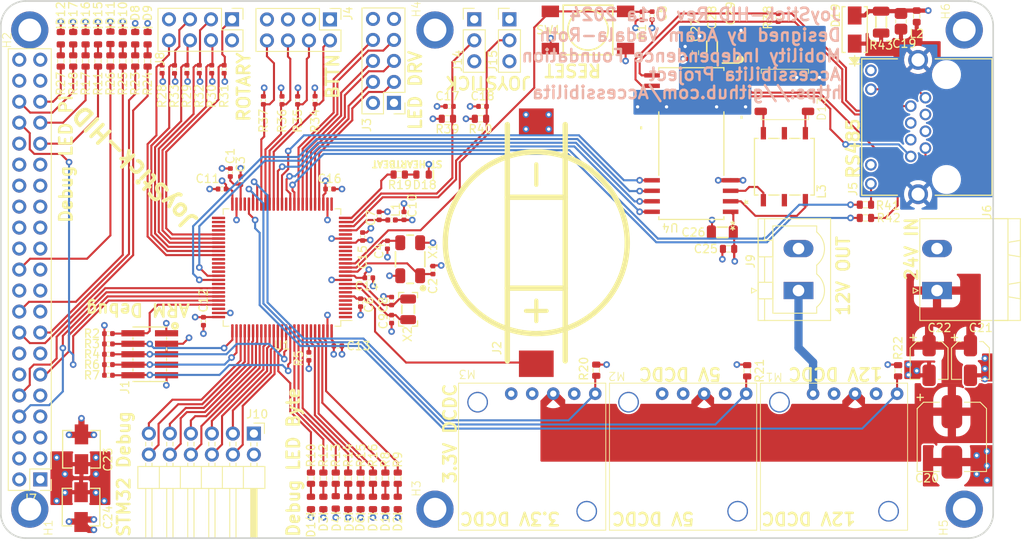
<source format=kicad_pcb>
(kicad_pcb (version 20240108) (generator "pcbnew") (generator_version "8.0")
  (layers (0 "F.Cu" signal) (1 "In1.Cu" signal) (2 "In2.Cu" signal) (31 "B.Cu" signal) (34 "B.Paste" user) (35 "F.Paste" user) (36 "B.SilkS" user "B.Silkscreen") (37 "F.SilkS" user "F.Silkscreen") (38 "B.Mask" user) (39 "F.Mask" user) (44 "Edge.Cuts" user))
  (net 0 "")
  (net 1 "GND")
  (net 2 "/STM32F446RET6-MCU/VBAT")
  (net 3 "/STM32F446RET6-MCU/VDDA")
  (net 4 "/STM32F446RET6-MCU/NRST")
  (net 5 "/STM32F446RET6-MCU/VCAP1")
  (net 6 "+3.3V")
  (net 7 "Earth")
  (net 8 "+5V")
  (net 9 "Net-(D3-Pad1)")
  (net 10 "Net-(D4-Pad1)")
  (net 11 "Net-(D5-Pad1)")
  (net 12 "Net-(D6-Pad1)")
  (net 13 "Net-(D7-Pad1)")
  (net 14 "Net-(D8-Pad1)")
  (net 15 "Net-(D9-Pad1)")
  (net 16 "Net-(D10-Pad1)")
  (net 17 "Net-(D11-Pad1)")
  (net 18 "Net-(D12-Pad1)")
  (net 19 "Net-(D13-Pad1)")
  (net 20 "Net-(D13-Pad2)")
  (net 22 "/STM32F446RET6-MCU/LED_DRIVER_XLAT")
  (net 23 "/STM32F446RET6-MCU/LED_DRIVER_SCLK")
  (net 24 "/STM32F446RET6-MCU/LED_DRIVER_BLANK2")
  (net 25 "/STM32F446RET6-MCU/LED_DRIVER_MOSI")
  (net 26 "/STM32F446RET6-MCU/LED_DRIVER_BLANK")
  (net 27 "/STM32F446RET6-MCU/LED_DRIVER_XLAT2")
  (net 30 "/STM32F446RET6-MCU/SWDIO_TMS")
  (net 31 "/STM32F446RET6-MCU/SWCLK_TCK")
  (net 32 "/STM32F446RET6-MCU/SWO_TDO")
  (net 33 "/STM32F446RET6-MCU/SWO_TDI")
  (net 34 "/STM32F446RET6-MCU/NJTRST")
  (net 35 "Net-(U4-ST1)")
  (net 37 "Net-(U4-ST2)")
  (net 39 "/Power/12V_PG")
  (net 41 "+24V")
  (net 42 "+12V")
  (net 43 "/Power/5V_PG")
  (net 45 "/Power/3.3V_PG")
  (net 47 "Net-(U4-Z)")
  (net 48 "Net-(U4-Y)")
  (net 49 "Net-(U4-B)")
  (net 50 "Net-(U4-A)")
  (net 52 "/RS485 To Motor Controller Interface/RS485_TXD")
  (net 53 "/RS485 To Motor Controller Interface/RS485_RX_EN")
  (net 54 "/RS485 To Motor Controller Interface/RS485_TX_EN")
  (net 55 "/RS485 To Motor Controller Interface/RS485_RXD")
  (net 56 "/STM32F446RET6-MCU/OSC32_IN")
  (net 57 "/STM32F446RET6-MCU/OSC32_OUT")
  (net 58 "/STM32F446RET6-MCU/OSC_IN")
  (net 59 "/STM32F446RET6-MCU/OSC_OUT")
  (net 60 "/JoyStick Interface/JOYSTICK_Y")
  (net 61 "/JoyStick Interface/JOYSTICK_X")
  (net 68 "Net-(J7-GPIO22)")
  (net 69 "Net-(J7-GPIO23)")
  (net 71 "Net-(J7-GPIO24)")
  (net 74 "Net-(J7-GPIO25)")
  (net 83 "/RPi_Interface/RPI_ST_UART_RX")
  (net 84 "/RPi_Interface/RPI_ST_UART_TX")
  (net 85 "/RPi_Interface/RPI_ST_UART_RTS")
  (net 86 "/RPi_Interface/RPI_ST_UART_CTS")
  (net 87 "Net-(J7-GPIO26)")
  (net 89 "/JoyStick Interface/ROTARY1_POLE1")
  (net 90 "/JoyStick Interface/BUTTON1")
  (net 91 "/JoyStick Interface/BUTTON2")
  (net 92 "/JoyStick Interface/BUTTON3")
  (net 93 "/JoyStick Interface/BUTTON4")
  (net 94 "/JoyStick Interface/ROTARY1_POLE2")
  (net 95 "/JoyStick Interface/ROTARY1_POLE3")
  (net 96 "/JoyStick Interface/ROTARY2_POLE1")
  (net 97 "/JoyStick Interface/ROTARY2_POLE2")
  (net 98 "/JoyStick Interface/ROTARY2_POLE3")
  (net 99 "Net-(U1-BOOT0)")
  (net 100 "Net-(U1-PB5)")
  (net 101 "Net-(U1-PB6)")
  (net 102 "Net-(U1-PB7)")
  (net 103 "Net-(U1-PB8)")
  (net 104 "Net-(U1-PB9)")
  (net 117 "Net-(J5-Pad12)")
  (net 118 "Net-(J5-Pad10)")
  (net 133 "/RS485 To Motor Controller Interface/RS485_TX_LED")
  (net 134 "/RS485 To Motor Controller Interface/RS485_RX_LED")
  (net 135 "/RS485 To Motor Controller Interface/RJ45_SHIELD")
  (net 136 "Net-(D1-Pad1)")
  (net 137 "Net-(D2-Pad1)")
  (net 138 "Net-(U1-PE0)")
  (net 139 "Net-(U1-PE1)")
  (net 140 "Net-(D14-Pad1)")
  (net 141 "Net-(U1-PD7)")
  (net 142 "/STM32F446RET6-MCU/PD0")
  (net 143 "/STM32F446RET6-MCU/PD1")
  (net 144 "/STM32F446RET6-MCU/PD2")
  (net 145 "/STM32F446RET6-MCU/PD3")
  (net 146 "/STM32F446RET6-MCU/PD4")
  (net 147 "/STM32F446RET6-MCU/PD5")
  (net 148 "/STM32F446RET6-MCU/PD6")
  (net 149 "/STM32F446RET6-MCU/PC10")
  (net 150 "/STM32F446RET6-MCU/PC11")
  (net 151 "/STM32F446RET6-MCU/PC12")
  (net 152 "Net-(D16-Pad1)")
  (net 153 "Net-(D17-Pad1)")
  (net 154 "Net-(D15-Pad1)")
  (net 155 "Net-(J7-PWM1{slash}GPIO13)")
  (net 156 "Net-(J7-GPIO19{slash}MISO1)")
  (net 157 "Net-(J7-GPIO20{slash}MOSI1)")
  (net 158 "Net-(D18-Pad1)")
  (net 159 "Net-(U1-PA2)")
  (footprint "AVR-KiCAD-Lib-Resistors:R0603" (layer "F.Cu") (at 204.3 76 180)
    (property "Reference" "R42")
    (property "Value" "RC0603FR-07470RL" (hide yes))
  )
  (footprint "AVR-KiCAD-Lib-Resistors:R0402" (layer "F.Cu") (at 139.5 72.5)
    (property "Reference" "C16")
    (property "Value" "C0402C104K9PACTU" (hide yes))
  )
  (footprint "AVR-KiCAD-Lib-Capacitors:C0402" (layer "F.Cu") (at 152 82.3105 90)
    (property "Reference" "C2")
    (property "Value" "GCM1555C1H180GA16D" (hide yes))
  )
  (footprint "AVR-KiCAD-Lib-Resistors:R0402" (layer "F.Cu") (at 137.75 61.75 90)
    (property "Reference" "R34")
    (property "Value" "RC0402FR-072K2L" (hide yes))
  )
  (footprint "AVR-KiCAD-Lib-Resistors:R0402" (layer "F.Cu") (at 126.5 72.5 180)
    (property "Reference" "C11")
    (property "Value" "C0402C104K9PACTU" (hide yes))
  )
  (footprint "AVR-KiCAD-Lib-Resistors:R0402" (layer "F.Cu") (at 143.5 78.25 90)
    (property "Reference" "C15")
    (property "Value" "C0402C104K9PACTU" (hide yes))
  )
  (footprint "AVR-KiCAD-Lib-Diodes:SMAJ30CA" (layer "F.Cu") (at 203 53.2 90)
    (property "Reference" "D19")
    (property "Value" "SMAJ30CA" (hide yes))
  )
  (footprint "AVR-KiCAD-Lib-Diodes:LED0603" (layer "F.Cu") (at 111.5 54.25 90)
    (property "Reference" "D15")
    (property "Value" "LTST-C194KGKT" (hide yes))
  )
  (footprint "AVR-KiCAD-Lib-Resistors:R0402" (layer "F.Cu") (at 158 62.5 180)
    (property "Reference" "C18")
    (property "Value" "C0402C104K9PACTU" (hide yes))
  )
  (footprint "AVR-KiCAD-Lib-Connectors:PhoenixContact_MSTBVA-G_02x5.08mm_Vertical" (layer "F.Cu") (at 196.2075 84.79 90)
    (property "Reference" "J9")
    (property "Value" "1755736" (hide yes))
  )
  (footprint "AVR-KiCAD-Lib-Holes_Fasteners:RPI_HAT_HOLE" (layer "F.Cu") (at 216.25 111.25 90)
    (property "Reference" "H5")
    (property "Value" "MountingHole_Pad" (hide yes))
  )
  (footprint "AVR-KiCAD-Lib-Resistors:R0603" (layer "F.Cu") (at 113 57 -90)
    (property "Reference" "R26")
    (property "Value" "RC0603FR-07470RL" (hide yes))
  )
  (footprint "AVR-KiCAD-Lib-Resistors:R0603" (layer "F.Cu") (at 171.75 94.43 90)
    (property "Reference" "R20")
    (property "Value" "RC0603FR-072K2L" (hide yes))
  )
  (footprint "AVR-KiCAD-Lib-Diodes:LED0603" (layer "F.Cu") (at 107 54.25 90)
    (property "Reference" "D12")
    (property "Value" "LTST-C194KGKT" (hide yes))
  )
  (footprint "AVR-KiCAD-Lib-Diodes:LED0603" (layer "F.Cu") (at 143.25 110.5 -90)
    (property "Reference" "D6")
    (property "Value" "LTST-C194TBKT" (hide yes))
  )
  (footprint "AVR-KiCAD-Lib-ICs:21-0145_W28M&plus_9_MXM" (layer "F.Cu") (at 183.25 67 180)
    (property "Reference" "U4")
    (property "Value" "MAX3535ECWI+T" (hide yes))
  )
  (footprint "Connector_PinHeader_2.54mm:PinHeader_2x06_P2.54mm_Horizontal" (layer "F.Cu") (at 130.35 102.1 -90)
    (property "Reference" "J10")
    (property "Value" "Conn_02x06_Odd_Even" (hide yes))
  )
  (footprint "AVR-KiCAD-Lib-Resistors:R0603" (layer "F.Cu") (at 117.5 57 -90)
    (property "Reference" "R24")
    (property "Value" "RC0603FR-07470RL" (hide yes))
  )
  (footprint "AVR-KiCAD-Lib-Resistors:R0603" (layer "F.Cu") (at 146.25 107.5 -90)
    (property "Reference" "R8")
    (property "Value" "RC0603FR-07470RL" (hide yes))
  )
  (footprint "AVR-KiCAD-Lib-Diodes:LED0603" (layer "F.Cu") (at 108.5 54.25 90)
    (property "Reference" "D17")
    (property "Value" "LTST-C194KGKT" (hide yes))
  )
  (footprint "AVR-KiCAD-Lib-Resistors:R0603" (layer "F.Cu") (at 111.5 57 -90)
    (property "Reference" "R11")
    (property "Value" "RC0603FR-07470RL" (hide yes))
  )
  (footprint "AVR-KiCAD-Lib-Diodes:LED0603" (layer "F.Cu") (at 146.25 110.5 -90)
    (property "Reference" "D1")
    (property "Value" "LTST-C194TBKT" (hide yes))
  )
  (footprint "AVR-KiCAD-Lib-Capacitors:C0402" (layer "F.Cu") (at 147 88.2435 90)
    (property "Reference" "C9")
    (property "Value" "CL05C090CB5NNNC" (hide yes))
  )
  (footprint "AVR-KiCAD-Lib-Battery-Holders:BU2032SM-JJ-GTR" (layer "F.Cu") (at 164.5 79 90)
    (property "Reference" "J2")
    (property "Value" "BU2032SM-JJ-GTR" (hide yes))
  )
  (footprint "AVR-KiCAD-Lib-Resistors:R0402" (layer "F.Cu") (at 125.25 58 -90)
    (property "Reference" "R30")
    (property "Value" "RC0402FR-072K2L" (hide yes))
  )
  (footprint "AVR-KiCAD-Lib-Capacitors:CP_Elec_8x10" (layer "F.Cu") (at 214.75 102.5 -90)
    (property "Reference" "C20")
    (property "Value" "UUQ1H470MCL1GS" (hide yes))
  )
  (footprint "AVR-KiCAD-Lib-Connectors:20021121-00010C4LF" (layer "F.Cu") (at 117.76 92.5 90)
    (property "Reference" "J1")
    (property "Value" "20021121-00010C4LF" (hide yes))
  )
  (footprint "AVR-KiCAD-Lib-Resistors:R0402" (layer "F.Cu") (at 127.5 70.5 90)
    (property "Reference" "C1")
    (property "Value" "C0402C104K9PACTU" (hide yes))
  )
  (footprint "AVR-KiCAD-Lib-Resistors:R0402" (layer "F.Cu") (at 178.5 51.517 -90)
    (property "Reference" "C5")
    (property "Value" "C0402C104K9PACTU" (hide yes))
  )
  (footprint "AVR-KiCAD-Lib-Resistors:R0402" (layer "F.Cu") (at 126.75 58 -90)
    (property "Reference" "R31")
    (property "Value" "RC0402FR-072K2L" (hide yes))
  )
  (footprint "AVR-KiCAD-Lib-Resistors:R0402" (layer "F.Cu") (at 193.75 51.767 -90)
    (property "Reference" "R38")
    (property "Value" "AC0402FR-07120RL" (hide yes))
  )
  (footprint "AVR-KiCAD-Lib-Resistors:R0402" (layer "F.Cu") (at 122.25 58 -90)
    (property "Reference" "R29")
    (property "Value" "RC0402FR-072K2L" (hide yes))
  )
  (footprint "AVR-KiCAD-Lib-Resistors:R0603" (layer "F.Cu") (at 147.75 107.5 -90)
    (property "Reference" "R9")
    (property "Value" "RC0603FR-07470RL" (hide yes))
  )
  (footprint "AVR-KiCAD-Lib-Diodes:LED0603" (layer "F.Cu") (at 150.75 70.75)
    (property "Reference" "D18")
    (property "Value" "LTST-C194TBKT" (hide yes))
  )
  (footprint "AVR-KiCAD-Lib-Resistors:R0603" (layer "F.Cu") (at 204.3 74.4 180)
    (property "Reference" "R41")
    (property "Value" "RC0603FR-07470RL" (hide yes))
  )
  (footprint "AVR-KiCAD-Lib-Resistors:R0402" (layer "F.Cu") (at 135.64 61.767 90)
    (property "Reference" "R35")
    (property "Value" "RC0402FR-072K2L" (hide yes))
  )
  (footprint "Connector_PinHeader_2.54mm:PinHeader_2x04_P2.54mm_Vertical" (layer "F.Cu") (at 139.55 51.975 -90)
    (property "Reference" "J4")
    (property "Value" "Conn_02x04_Odd_Even" (hide yes))
  )
  (footprint "AVR-KiCAD-Lib-Capacitors:C0805" (layer "F.Cu") (at 208.6 52.2 90)
    (property "Reference" "C19")
    (property "Value" "C0805C103KCRACAUTO" (hide yes))
  )
  (footprint "AVR-KiCAD-Lib-Resistors:R0603" (layer "F.Cu") (at 153.75 64 180)
    (property "Reference" "R39")
    (property "Value" "RT0603BRD071ML" (hide yes))
  )
  (footprint "AVR-KiCAD-Lib-Resistors:R0603" (layer "F.Cu") (at 107 57 -90)
    (property "Reference" "R27")
    (property "Value" "RC0603FR-07470RL" (hide yes))
  )
  (footprint "Connector_PinHeader_2.54mm:PinHeader_2x05_P2.54mm_Vertical" (layer "F.Cu") (at 147.29 62.075 180)
    (property "Reference" "J3")
    (property "Value" "Conn_02x05_Odd_Even" (hide yes))
  )
  (footprint "AVR-KiCAD-Lib-Inductors:BLM15HG601SN1D" (layer "F.Cu") (at 147 76.25 180)
    (property "Reference" "L1")
    (property "Value" "BLM15HG601SN1D" (hide yes))
  )
  (footprint "AVR-KiCAD-Lib-Resistors:R0402" (layer "F.Cu") (at 112.76 92.5)
    (property "Reference" "R4")
    (property "Value" "RC0402FR-071KL" (hide yes))
  )
  (footprint "AVR-KiCAD-Lib-Resistors:R0603" (layer "F.Cu") (at 110 57 -90)
    (property "Reference" "R17")
    (property "Value" "RC0603FR-07470RL" (hide yes))
  )
  (footprint "Connector_PinHeader_2.54mm:PinHeader_1x03_P2.54mm_Vertical" (layer "F.Cu") (at 157 51.96)
    (property "Reference" "J14")
    (property "Value" "Conn_01x03_Pin" (hide yes))
  )
  (footprint "AVR-KiCAD-Lib-Capacitors:C1206" (layer "F.Cu") (at 185.75 55.25 -90)
    (property "Reference" "C28")
    (property "Value" "CGA5L3X5R1V106K160AB" (hide yes))
  )
  (footprint "AVR-KiCAD-Lib-Diodes:LED0603" (layer "F.Cu") (at 138.75 110.5 -90)
    (property "Reference" "D3")
    (property "Value" "LTST-C194TBKT" (hide yes))
  )
  (footprint "AVR-KiCAD-Lib-Mech-Switches:TL3301NF260QG" (layer "F.Cu") (at 170.75 53.25)
    (property "Reference" "SW1")
    (property "Value" "TL3301NF260QG" (hide yes))
  )
  (footprint "AVR-KiCAD-Lib-Resistors:R0603" (layer "F.Cu") (at 140.25 107.5 -90)
    (property "Reference" "R13")
    (property "Value" "RC0603FR-07470RL" (hide yes))
  )
  (footprint "AVR-KiCAD-Lib-Resistors:R0402" (layer "F.Cu") (at 145.5 75.75 90)
    (property "Reference" "C7")
    (property "Value" "C0402C104K9PACTU" (hide yes))
  )
  (footprint "AVR-KiCAD-Lib-Resistors:R0603" (layer "F.Cu") (at 114.5 57 -90)
    (property "Reference" "R25")
    (property "Value" "RC0603FR-07470RL" (hide yes))
  )
  (footprint "AVR-KiCAD-Lib-Diodes:LED0603" (layer "F.Cu") (at 114.5 54.25 90)
    (property "Reference" "D10")
    (property "Value" "LTST-C194KGKT" (hide yes))
  )
  (footprint "AVR-KiCAD-Lib-Resistors:R0603" (layer "F.Cu") (at 116 57 -90)
    (property "Reference" "R23")
    (property "Value" "RC0603FR-07470RL" (hide yes))
  )
  (footprint "AVR-KiCAD-Lib-Resistors:R0402" (layer "F.Cu") (at 112.76 90)
    (property "Reference" "R2")
    (property "Value" "RC0402FR-071KL" (hide yes))
  )
  (footprint "AVR-KiCAD-Lib-Resistors:R0402" (layer "F.Cu") (at 148.5 75.75 90)
    (property "Reference" "C10")
    (property "Value" "C0402C104K9PACTU" (hide yes))
  )
  (footprint "AVR-KiCAD-Lib-Resistors:R0402" (layer "F.Cu") (at 133.75 61.767 90)
    (property "Reference" "R36")
    (property "Value" "RC0402FR-072K2L" (hide yes))
  )
  (footprint "AVR-KiCAD-Lib-Connectors:PinHeader_2x21_P2.54mm_Vertical" (layer "F.Cu") (at 103.25 82.25 180)
    (property "Reference" "J7")
    (property "Value" "Raspberry_Pi_2_3" (hide yes))
  )
  (footprint "AVR-KiCAD-Lib-Resistors:R0402" (layer "F.Cu") (at 119.25 58 -90)
    (property "Reference" "R28")
    (property "Value" "RC0402FR-072K2L" (hide yes))
  )
  (footprint "AVR-KiCAD-Lib-Resistors:R0603" (layer "F.Cu") (at 108.5 57 -90)
    (property "Reference" "R18")
    (property "Value" "RC0603FR-07470RL" (hide yes))
  )
  (footprint "AVR-KiCAD-Lib-Resistors:R0402" (layer "F.Cu") (at 131.5 61.767 90)
    (property "Reference" "R37")
    (property "Value" "RC0402FR-072K2L" (hide yes))
  )
  (footprint "AVR-KiCAD-Lib-Diodes:LED0603" (layer "F.Cu") (at 113 54.2 90)
    (property "Reference" "D11")
    (property "Value" "LTST-C194KGKT" (hide yes))
  )
  (footprint "AVR-KiCAD-Lib-Resistors:R0603" (layer "F.Cu") (at 143.25 107.5 -90)
    (property "Reference" "R15")
    (property "Value" "RC0603FR-07470RL" (hide yes))
  )
  (footprint "AVR-KiCAD-Lib-Resistors:R0402" (layer "F.Cu") (at 112.76 91.25)
    (property "Reference" "R3")
    (property "Value" "RC0402FR-071KL" (hide yes))
  )
  (footprint "AVR-KiCAD-Lib-Holes_Fasteners:RPI_HAT_HOLE" (layer "F.Cu") (at 152.25 53.25 90)
    (property "Reference" "H4")
    (property "Value" "MountingHole_Pad" (hide yes))
  )
  (footprint "AVR-KiCAD-Lib-Resistors:R0402" (layer "F.Cu") (at 143.25 86.25 -90)
    (property "Reference" "C6")
    (property "Value" "C0402C104K9PACTU" (hide yes))
  )
  (footprint "AVR-KiCAD-Lib-Capacitors:C0402" (layer "F.Cu") (at 147 86.0605 -90)
    (property "Reference" "C8")
    (property "Value" "CL05C090CB5NNNC" (hide yes))
  )
  (footprint "AVR-KiCAD-Lib-Transformers:SO6_Q4470-CL_C-SIZE_COC" (layer "F.Cu") (at 194.4998 69.8013 90)
    (property "Reference" "L3")
    (property "Value" "Q4470-CL" (hide yes))
  )
  (footprint "AVR-KiCAD-Lib-Resistors:R0402" (layer "F.Cu") (at 140.5 91.5)
    (property "Reference" "C13")
    (property "Value" "C0402C104K9PACTU" (hide yes))
  )
  (footprint "AVR-KiCAD-Lib-Capacitors:CP_Elec_4x5.3" (layer "F.Cu") (at 217 93.25 -90)
    (property "Reference" "C21")
    (property "Value" "UUQ1H100MCL1GB" (hide yes))
  )
  (footprint "AVR-KiCAD-Lib-Resistors:R1206" (layer "F.Cu") (at 206.2 52.3 -90)
    (property "Reference" "R43")
    (property "Value" "RC1206FR-071ML" (hide yes))
  )
  (footprint "AVR-KiCAD-Lib-Resistors:R0402" (layer "F.Cu") (at 144.25 83.25)
    (property "Reference" "C14")
    (property "Value" "C0402C104K9PACTU" (hide yes))
  )
  (footprint "AVR-KiCAD-Lib-Holes_Fasteners:RPI_HAT_HOLE" (layer "F.Cu") (at 152.25 111.25 90)
    (property "Reference" "H3")
    (property "Value" "MountingHole_Pad" (hide yes))
  )
  (footprint "AVR-KiCAD-Lib-Diodes:LED0603" (layer "F.Cu") (at 147.75 110.5 -90)
    (property "Reference" "D2")
    (property "Value" "LTST-C194TBKT" (hide yes))
  )
  (footprint "AVR-KiCAD-Lib-Resistors:R0402" (layer "F.Cu") (at 154 62.5 180)
    (property "Reference" "C17")
    (property "Value" "C0402C104K9PACTU" (hide yes))
  )
  (footprint "AVR-KiCAD-Lib-Resistors:R0603" (layer "F.Cu") (at 144.75 107.5 -90)
    (property "Reference" "R16")
    (property "Value" "RC0603FR-07470RL" (hide yes))
  )
  (footprint "AVR-KiCAD-Lib-Resistors:R0402" (layer "F.Cu") (at 120.75 58.017 -90)
    (property "Reference" "R33")
    (property "Value" "RC0402FR-072K2L" (hide yes))
  )
  (footprint "AVR-KiCAD-Lib-Diodes:LED0603" (layer "F.Cu") (at 116 54.25 90)
    (property "Reference" "D8")
    (property "Value" "LTST-C194KGKT" (hide yes))
  )
  (footprint "AVR-KiCAD-Lib-Resistors:R0603" (layer "F.Cu") (at 138.75 107.5 -90)
    (property "Reference" "R12")
    (property "Value" "RC0603FR-07470RL" (hide yes))
  )
  (footprint "AVR-KiCAD-Lib-Diodes:LED0603" (layer "F.Cu") (at 110 54.25 90)
    (property "Reference" "D16")
    (property "Value" "LTST-C194KGKT" (hide yes))
  )
  (footprint "AVR-KiCAD-Lib-Oscillators:ABS07-32.768KHZ-9-T" (layer "F.Cu") (at 149 87.0605 -90)
    (property "Reference" "X2")
    (property "Value" "ABS07-32.768KHZ-9-T" (hide yes))
  )
  (footprint "AVR-KiCAD-Lib-Connectors:PhoenixContact_MSTBA-G_02x5.08mm_Angled" (layer "F.Cu") (at 212.9575 84.79 90)
    (property "Reference" "J6")
    (property "Value" "1757242" (hide yes))
  )
  (footprint "AVR-KiCAD-Lib-Resistors:R0402" (layer "F.Cu") (at 124.25 88.5 -90)
    (property "Reference" "C12")
    (property "Value" "C0402C104K9PACTU" (hide yes))
  )
  (footprint "AVR-KiCAD-Lib-Resistors:R0402" (layer "F.Cu") (at 137 92.75 90)
    (property "Reference" "R5")
    (property "Value" "RC0402FR-0710KL" (hide yes))
  )
  (footprint "AVR-KiCAD-Lib-Resistors:R0402" (layer "F.Cu") (at 123.75 58 -90)
    (property "Reference" "R32")
    (property "Value" "RC0402FR-072K2L" (hide yes))
  )
  (footprint "AVR-KiCAD-Lib-Resistors:R0603" (layer "F.Cu") (at 147.93 70.75)
    (property "Reference" "R19")
    (property "Value" "RC0603FR-07470RL" (hide yes))
  )
  (footprint "Connector_PinHeader_2.54mm:PinHeader_2x04_P2.54mm_Vertical" (layer "F.Cu") (at 127.705 51.96 -90)
    (property "Reference" "J8")
    (property "Value" "Conn_02x04_Odd_Even" (hide yes))
  )
  (footprint "AVR-KiCAD-Lib-Resistors:R0603" (layer "F.Cu") (at 141.75 107.5 -90)
    (property "Reference" "R14")
    (property "Value" "RC0603FR-07470RL" (hide yes))
  )
  (footprint "AVR-KiCAD-Lib-Diodes:LED0603" (layer "F.Cu") (at 140.25 110.43 -90)
    (property "Reference" "D4")
    (property "Value" "LTST-C194TBKT" (hide yes))
  )
  (footprint "AVR-KiCAD-Lib-Capacitors:CP_Elec_4x5.3" (layer "F.Cu") (at 212 93.25 -90)
    (property "Reference" "C22")
    (property "Value" "UUQ1H010MCL1GB" (hide yes))
  )
  (footprint "AVR-KiCAD-Lib-Modules:D24V22F12" (layer "F.Cu") (at 171.63 97.27 180)
    (property "Reference" "M3")
    (property "Value" "D24V22F3" (hide yes))
  )
  (footprint "AVR-KiCAD-Lib-Modules:D24V22F12" (layer "F.Cu") (at 189.88 97.27 180)
    (property "Reference" "M2")
    (property "Value" "D24V22F5" (hide yes))
  )
  (footprint "AVR-KiCAD-Lib-Holes_Fasteners:RPI_HAT_HOLE" (layer "F.Cu") (at 216.25 53.25 90)
    (property "Reference" "H6")
    (property "Value" "MountingHole_Pad" (hide yes))
  )
  (footprint "AVR-KiCAD-Lib-Resistors:R0402" (layer "F.Cu") (at 112.76 93.75)
    (property "Reference" "R6")
    (property "Value" "RC0402FR-071KL" (hide yes))
  )
  (footprint "AVR-KiCAD-Lib-Resistors:R0603" (layer "F.Cu") (at 157.75 64 180)
    (property "Reference" "R40")
    (property "Value" "RT0603BRD071ML" (hide yes))
  )
  (footprint "AVR-KiCAD-Lib-Capacitors:C0603" (layer "F.Cu") (at 187.75 79.75)
    (property "Reference" "C25")
    (property "Value" "CL10B104JB8NNNC" (hide yes))
  )
  (footprint "AVR-KiCAD-Lib-Capacitors:C1206" (layer "F.Cu") (at 187 77.75)
    (property "Reference" "C26")
    (property "Value" "CGA5L3X5R1V106K160AB" (hide yes))
  )
  (footprint "AVR-KiCAD-Lib-Resistors:R0603" (layer "F.Cu") (at 208.25 94.5 90)
    (property "Reference" "R22")
    (property "Value" "RC0603FR-072K2L" (hide yes))
  )
  (footprint "Package_QFP:LQFP-100_14x14mm_P0.5mm" (layer "F.Cu") (at 133.75 82 180)
    (property "Reference" "U1")
    (property "Value" "STM32F446VETx" (hide yes))
  )
  (footprint "AVR-KiCAD-Lib-Holes_Fasteners:RPI_HAT_HOLE" (layer "F.Cu") (at 103.25 111.25 90)
    (property "Reference" "H1")
    (property "Value" "MountingHole_Pad" (hide yes))
  )
  (footprint "AVR-KiCAD-Lib-Capacitors:C0402" (layer "F.Cu") (at 146.5 79.25 -90)
    (property "Reference" "C4")
    (property "Value" "GCM1555C1H180GA16D" (hide yes))
  )
  (footprint "AVR-KiCAD-Lib-Diodes:LED0603" (layer "F.Cu") (at 144.75 110.5 -90)
    (property "Reference" "D7")
    (property "Value" "LTST-C194TBKT" (hide yes))
  )
  (footprint "AVR-KiCAD-Lib-Diodes:LED0603" (layer "F.Cu") (at 141.75 110.5 -90)
    (property "Reference" "D5")
    (property "Value" "LTST-C194TBKT" (hide yes))
  )
  (footprint "AVR-KiCAD-Lib-Oscillators:ABM3B8.000MHZB2T" (layer "F.Cu") (at 149.25 81 90)
    (property "Reference" "X1")
    (property "Value" "ABM3B-8.000MHZ-B2-T" (hide yes))
  )
  (footprint "AVR-KiCAD-Lib-Diodes:D_SOD-123" (layer "F.Cu") (at 188 55 90)
    (property "Reference" "C29")
    (property "Value" "C1206C105K3RACAUTO" (hide yes))
  )
  (footprint "AVR-KiCAD-Lib-Inductors:MI0603K300R-10" (layer "F.Cu") (at 210.5 51.6 90)
    (property "Reference" "L2")
    (property "Value" "MI0603K300R-10" (hide yes))
  )
  (footprint "AVR-KiCAD-Lib-Resistors:R0402" (layer "F.Cu") (at 112.76 95.041)
    (property "Reference" "R7")
    (property "Value" "RC0402FR-071KL" (hide yes))
  )
  (footprint "AVR-KiCAD-Lib-Capacitors:UCM1C470MCL1GS" (layer "F.Cu") (at 109.5 104 90)
    (property "Reference" "C23")
    (property "Value" "UCM1C470MCL1GS" (hide yes))
  )
  (footprint "AVR-KiCAD-Lib-Diodes:LED0603" (layer "F.Cu") (at 137.25 110.5 -90)
    (property "Reference" "D14")
    (property "Value" "LTST-C194TBKT" (hide yes))
  )
  (footprint "Connector_PinHeader_2.54mm:PinHeader_1x03_P2.54mm_Vertical" (layer "F.Cu") (at 161.25 51.96)
    (property "Reference" "J15")
    (property "Value" "Conn_01x03_Pin" (hide yes))
  )
  (footprint "AVR-KiCAD-Lib-Capacitors:C0402" (layer "F.Cu") (at 128.75 71.483 90)
    (property "Reference" "C3")
    (property "Value" "GRM155R60J475ME47D" (hide yes))
  )
  (footprint "AVR-KiCAD-Lib-Diodes:LMB110S-TP" (layer "F.Cu") (at 194.4998 61.0513 -90)
    (property "Reference" "D13")
    (property "Value" "LMB110S-TP" (hide yes))
  )
  (footprint "AVR-KiCAD-Lib-Resistors:R0603" (layer "F.Cu") (at 190 94.5 90)
    (property "Reference" "R21")
    (property "Value" "RC0603FR-072K2L" (hide yes))
  )
  (footprint "AVR-KiCAD-Lib-Capacitors:UCM1C470MCL1GS" (layer "F.Cu") (at 109.453 111 -90)
    (property "Reference" "C24")
    (property "Value" "UCM1C470MCL1GS" (hide yes))
  )
  (footprint "AVR-KiCAD-Lib-Resistors:R0603" (layer "F.Cu") (at 137.25 107.5 -90)
    (property "Reference" "R10")
    (property "Value" "RC0603FR-07470RL" (hide yes))
  )
  (footprint "AVR-KiCAD-Lib-Resistors:R0402" (layer "F.Cu") (at 177.291 51.534 90)
    (property "Reference" "R1")
    (property "Value" "RC0402FR-071KL" (hide yes))
  )
  (footprint "AVR-KiCAD-Lib-Diodes:LED0603" (layer "F.Cu") (at 117.5 54.25 90)
    (property "Reference" "D9")
    (property "Value" "LTST-C194KGKT" (hide yes))
  )
  (footprint "AVR-KiCAD-Lib-Holes_Fasteners:RPI_HAT_HOLE" (layer "F.Cu") (at 103.25 53.25 90)
    (property "Reference" "H2")
    (property "Value" "MountingHole_Pad" (hide yes))
  )
  (footprint "AVR-KiCAD-Lib-Capacitors:C0603" (layer "F.Cu") (at 183.75 56 -90)
    (property "Reference" "C27")
    (property "Value" "CL10B104JB8NNNC" (hide yes))
  )
  (footprint "AVR-KiCAD-Lib-Modules:D24V22F12" (layer "F.Cu") (at 208.13 97.27 180)
    (property "Reference" "M1")
    (property "Value" "D24V22F12" (hide yes))
  )
  (footprint "AVR-KiCAD-Lib-Connectors:AMPHENOL_RJHSE-5381" (layer "F.Cu") (at 214.1 65 90)
    (property "Reference" "J5")
    (property "Value" "RJHSE-5381" (hide yes))
  )
  (gr_line (start 99.75 111.75) (end 99.75 52.75) (stroke (width 0.2)) (layer "Edge.Cuts"))
  (gr_arc (start 102.75 114.75) (mid 100.62868 113.87132) (end 99.75 111.75) (stroke (width 0.2)) (layer "Edge.Cuts"))
  (gr_arc (start 219.75 111.75) (mid 218.87132 113.87132) (end 216.75 114.75) (stroke (width 0.2)) (layer "Edge.Cuts"))
  (gr_arc (start 216.75 49.75) (mid 218.87132 50.62868) (end 219.75 52.75) (stroke (width 0.2)) (layer "Edge.Cuts"))
  (gr_arc (start 99.75 52.75) (mid 100.62868 50.62868) (end 102.75 49.75) (stroke (width 0.2)) (layer "Edge.Cuts"))
  (gr_line (start 219.75 111.75) (end 219.75 52.75) (stroke (width 0.2)) (layer "Edge.Cuts"))
  (gr_line (start 216.75 49.75) (end 102.75 49.75) (stroke (width 0.2)) (layer "Edge.Cuts"))
  (gr_line (start 216.75 114.75) (end 102.75 114.75) (stroke (width 0.2)) (layer "Edge.Cuts"))
  (gr_text "Accessibilita Project" (at 201.5 59.5 0) (layer "B.SilkS") (effects (font (size 1.5 1.5) (thickness 0.3) (bold yes)) (justify left bottom mirror)))
  (gr_text "Designed by Adam Vadala-Roth" (at 201.5 54.75 0) (layer "B.SilkS") (effects (font (size 1.5 1.5) (thickness 0.3) (bold yes)) (justify left bottom mirror)))
  (gr_text "JoyStick-HID Rev 0.1a 2024" (at 201.5 52.25 0) (layer "B.SilkS") (effects (font (size 1.5 1.5) (thickness 0.3) (bold yes)) (justify left bottom mirror)))
  (gr_text "https://github.com/Accessibilita" (at 201.7 61.7 0) (layer "B.SilkS") (effects (font (size 1.5 1.5) (thickness 0.3) (bold yes)) (justify left bottom mirror)))
  (gr_text "Mobility Independence Foundation " (at 201.5 57.25 0) (layer "B.SilkS") (effects (font (size 1.5 1.5) (thickness 0.3) (bold yes)) (justify left bottom mirror)))
  (gr_text "12V DCDC\n" (at 203.25 111.5 180) (layer "F.SilkS") (effects (font (size 1.5 1.5) (thickness 0.3) (bold yes)) (justify left bottom)))
  (gr_text "12V DCDC\n" (at 206.5 94 180) (layer "F.SilkS") (effects (font (size 1.5 1.5) (thickness 0.3) (bold yes)) (justify left bottom)))
  (gr_text "LED DRV" (at 150.75 65.5 90) (layer "F.SilkS") (effects (font (size 1.5 1.5) (thickness 0.3) (bold yes)) (justify left bottom)))
  (gr_text "5V DCDC\n" (at 187 94 180) (layer "F.SilkS") (effects (font (size 1.5 1.5) (thickness 0.3) (bold yes)) (justify left bottom)))
  (gr_text "STM32 Debug" (at 115.5 114.75 90) (layer "F.SilkS") (effects (font (size 1.5 1.5) (thickness 0.3) (bold yes)) (justify left bottom)))
  (gr_text "BTTN" (at 140.75 61.75 90) (layer "F.SilkS") (effects (font (size 1.5 1.5) (thickness 0.3) (bold yes)) (justify left bottom)))
  (gr_text "12V OUT" (at 202.5 88 90) (layer "F.SilkS") (effects (font (size 1.5 1.5) (thickness 0.3) (bold yes)) (justify left bottom)))
  (gr_text "JoyStick-HID" (at 124 76.25 135) (layer "F.SilkS") (effects (font (size 2 2) (thickness 0.45) (bold yes)) (justify left bottom)))
  (gr_text "24V IN" (at 210.75 83.75 90) (layer "F.SilkS") (effects (font (size 1.5 1.5) (thickness 0.3) (bold yes)) (justify left bottom)))
  (gr_text "ROTARY" (at 130 64.5 90) (layer "F.SilkS") (effects (font (size 1.5 1.5) (thickness 0.3) (bold yes)) (justify left bottom)))
  (gr_text "RESET" (at 172.5 57.25 180) (layer "F.SilkS") (effects (font (size 1.5 1.5) (thickness 0.3) (bold yes)) (justify left bottom)))
  (gr_text "ARM Debug" (at 122.75 86.25 180) (layer "F.SilkS") (effects (font (size 1.5 1.5) (thickness 0.3) (bold yes)) (justify left bottom)))
  (gr_text "5V DCDC\n" (at 183.75 111.5 180) (layer "F.SilkS") (effects (font (size 1.5 1.5) (thickness 0.3) (bold yes)) (justify left bottom)))
  (gr_text "Debug LED Byte" (at 136 114.75 90) (layer "F.SilkS") (effects (font (size 1.5 1.5) (thickness 0.3) (bold yes)) (justify left bottom)))
  (gr_text "Debug LED Pi" (at 108.5 76.75 90) (layer "F.SilkS") (effects (font (size 1.5 1.5) (thickness 0.3) (bold yes)) (justify left bottom)))
  (gr_text "JOYSTICK" (at 164 58.75 180) (layer "F.SilkS") (effects (font (size 1.5 1.5) (thickness 0.3) (bold yes)) (justify left bottom)))
  (gr_text "3.3V DCDC\n" (at 154.945999 108.295999 90) (layer "F.SilkS") (effects (font (size 1.5 1.5) (thickness 0.3) (bold yes)) (justify left bottom)))
  (gr_text "3.3V DCDC\n" (at 167.5 111.5 180) (layer "F.SilkS") (effects (font (size 1.5 1.5) (thickness 0.3) (bold yes)) (justify left bottom)))
  (gr_text "RS485" (at 203.7 71.4 90) (layer "F.SilkS") (effects (font (size 1.5 1.5) (thickness 0.3) (bold yes)) (justify left bottom)))
  (gr_text "ST HEARTBEAT" (at 153.25 69 180) (layer "F.SilkS") (effects (font (size 0.8 0.8) (thickness 0.2) (bold yes)) (justify left bottom)))
  (segment (start 185.75 77.675) (end 185.675 77.75) (width 0.25) (layer "F.Cu") (net 1))
  (segment (start 109.5 100.25) (end 109.5 102.1966) (width 0.75) (layer "F.Cu") (net 1))
  (segment (start 141.425 83.5) (end 139.75 83.5) (width 0.25) (layer "F.Cu") (net 1))
  (segment (start 210.5 50.9) (end 211.9 50.9) (width 0.5) (layer "F.Cu") (net 1))
  (segment (start 108 112.75) (end 109.3996 112.75) (width 0.75) (layer "F.Cu") (net 1))
  (segment (start 143.25 87.75) (end 143.25 86.733) (width 0.25) (layer "F.Cu") (net 1))
  (segment (start 108.5 52.25) (end 108.5 53.5) (width 0.25) (layer "F.Cu") (net 1))
  (segment (start 143.983 77.767) (end 143.5 77.767) (width 0.25) (layer "F.Cu") (net 1))
  (segment (start 208.325 50.975) (end 208.6 51.25) (width 0.25) (layer "F.Cu") (net 1))
  (segment (start 144.75 112.25) (end 144.75 111.25) (width 0.25) (layer "F.Cu") (net 1))
  (segment (start 147.75 112.25) (end 147.75 111.25) (width 0.25) (layer "F.Cu") (net 1))
  (segment (start 146.75 83) (end 147.8 83) (width 0.25) (layer "F.Cu") (net 1))
  (segment (start 146.91635 85.49385) (end 147 85.5775) (width 0.25) (layer "F.Cu") (net 1))
  (segment (start 140.25 112.25) (end 140.25 111.18) (width 0.25) (layer "F.Cu") (net 1))
  (segment (start 141.002903 92.5) (end 141.002903 91.519903) (width 0.25) (layer "F.Cu") (net 1))
  (segment (start 151.8275 81.75) (end 151.75 81.8275) (width 0.25) (layer "F.Cu") (net 1))
  (segment (start 109.7564 112.5) (end 109.5064 112.75) (width 0.75) (layer "F.Cu") (net 1))
  (segment (start 137 94.25) (end 137 93.233) (width 0.25) (layer "F.Cu") (net 1))
  (segment (start 119.79 92.5) (end 119.79 91.23) (width 0.25) (layer "F.Cu") (net 1))
  (segment (start 156.5 62.5) (end 157.517 62.5) (width 0.25) (layer "F.Cu") (net 1))
  (segment (start 144.762299 83.279299) (end 144.733 83.25) (width 0.25) (layer "F.Cu") (net 1))
  (segment (start 111 113.75) (end 110.3996 113.75) (width 0.75) (layer "F.Cu") (net 1))
  (segment (start 146.018449 85.49385) (end 146.91635 85.49385) (width 0.25) (layer "F.Cu") (net 1))
  (segment (start 124.25 90) (end 124.25 88.983) (width 0.25) (layer "F.Cu") (net 1))
  (segment (start 187 81) (end 187 79.82) (width 0.25) (layer "F.Cu") (net 1))
  (segment (start 187 79.82) (end 187.07 79.75) (width 0.25) (layer "F.Cu") (net 1))
  (segment (start 127.5 70.017) (end 126.517 70.017) (width 0.25) (layer "F.Cu") (net 1))
  (segment (start 139.25 89.675) (end 139.25 87.75) (width 0.25) (layer "F.Cu") (net 1))
  (segment (start 204.2018 51.4982) (end 204.725 50.975) (width 0.5) (layer "F.Cu") (net 1))
  (segment (start 109.4466 102.25) (end 109.5 102.1966) (width 0.25) (layer "F.Cu") (net 1))
  (segment (start 113 52.2) (end 113 53.45) (width 0.25) (layer "F.Cu") (net 1))
  (segment (start 139.25 74.325) (end 139.25 76.25) (width 0.25) (layer "F.Cu") (net 1))
  (segment (start 141 72.5) (end 139.983 72.5) (width 0.25) (layer "F.Cu") (net 1))
  (segment (start 126.075 87.5) (end 127.5 87.5) (width 0.25) (layer "F.Cu") (net 1))
  (segment (start 151.5 69.5) (end 151.5 70.75) (width 0.25) (layer "F.Cu") (net 1))
  (segment (start 117.5 52.45) (end 117.5 53.5) (width 0.25) (layer "F.Cu") (net 1))
  (segment (start 110 52.25) (end 110 53.5) (width 0.25) (layer "F.Cu") (net 1))
  (segment (start 147 89.75) (end 147 88.7265) (width 0.25) (layer "F.Cu") (net 1))
  (segment (start 166.25 55.45) (end 166.2 55.5) (width 0.25) (layer "F.Cu") (net 1))
  (segment (start 119.79 95.04) (end 119.79 96.225137) (width 0.25) (layer "F.Cu") (net 1))
  (segment (start 107 52.2) (end 107 53.5) (width 0.25) (layer "F.Cu") (net 1))
  (segment (start 114.5 52.2) (end 114.5 53.5) (width 0.25) (layer "F.Cu") (net 1))
  (segment (start 144.762299 84.237701) (end 144.762299 83.279299) (width 0.25) (layer "F.Cu") (net 1))
  (segment (start 146.483 75.267) (end 145.5 75.267) (width 0.25) (layer "F.Cu") (net 1))
  (segment (start 109.5534 102.25) (end 109.5 102.1966) (width 0.25) (layer "F.Cu") (net 1))
  (segment (start 121.78 91.23) (end 119.79 91.23) (width 0.25) (layer "F.Cu") (net 1))
  (segment (start 146.5 75.25) (end 146.483 75.267) (width 0.25) (layer "F.Cu") (net 1))
  (segment (start 208.95 50.9) (end 208.6 51.25) (width 0.25) (layer "F.Cu") (net 1))
  (segment (start 111 102.25) (end 109.5534 102.25) (width 0.75) (layer "F.Cu") (net 1))
  (segment (start 141.75 112.25) (end 141.75 111.25) (width 0.25) (layer "F.Cu") (net 1))
  (segment (start 122.51 90.5) (end 121.78 91.23) (width 0.25) (layer "F.Cu") (net 1))
  (segment (start 185.75 76.25) (end 185.75 77.675) (width 0.25) (layer "F.Cu") (net 1))
  (segment (start 175.3 57) (end 175.3 55.5) (width 0.25) (layer "F.Cu") (net 1))
  (segment (start 141.425 78.5) (end 139.75 78.5) (width 0.25) (layer "F.Cu") (net 1))
  (segment (start 146.25 112.25) (end 146.25 111.25) (width 0.25) (layer "F.Cu") (net 1))
  (segment (start 125 72.5) (end 126.017 72.5) (width 0.25) (layer "F.Cu") (net 1))
  (segment (start 116 52.45) (end 116 53.5) (width 0.25) (layer "F.Cu") (net 1))
  (segment (start 187.9998 71.445) (end 186.5 71.445) (width 0.5) (layer "F.Cu") (net 1))
  (segment (start 203 51.4982) (end 204.2018 51.4982) (width 0.5) (layer "F.Cu") (net 1))
  (segment (start 152 79) (end 150.2 79) (width 0.25) (layer "F.Cu") (net 1))
  (segment (start 143.25 112.25) (end 143.25 111.25) (width 0.25) (layer "F.Cu") (net 1))
  (segment (start 206.2 50.975) (end 208.325 50.975) (width 0.5) (layer "F.Cu") (net 1))
  (segment (start 108 102.25) (end 109.4466 102.25) (width 0.75) (layer "F.Cu") (net 1))
  (segment (start 204.725 50.975) (end 206.2 50.975) (width 0.5) (layer "F.Cu") (net 1))
  (segment (start 144.5 77.25) (end 143.983 77.767) (width 0.25) (layer "F.Cu") (net 1))
  (segment (start 111.5 52.25) (end 111.5 53.5) (width 0.25) (layer "F.Cu") (net 1))
  (segment (start 109.3996 112.75) (end 109.453 112.8034) (width 0.25) (layer "F.Cu") (net 1))
  (segment (start 128.75 70) (end 128.75 71) (width 0.25) (layer "F.Cu") (net 1))
  (segment (start 166.25 54.25) (end 166.25 55.45) (width 0.25) (layer "F.Cu") (net 1))
  (segment (start 111 112.5) (end 109.7564 112.5) (width 0.75) (layer "F.Cu") (net 1))
  (segment (start 148.5 74.25) (end 148.5 75.267) (width 0.25) (layer "F.Cu") (net 1))
  (segment (start 110.3996 113.75) (end 109.453 112.8034) (width 0.75) (layer "F.Cu") (net 1))
  (segment (start 137.25 112.25) (end 137.25 111.25) (width 0.25) (layer "F.Cu") (net 1))
  (segment (start 146.5 80.75) (end 146.5 79.733) (width 0.25) (layer "F.Cu") (net 1))
  (segment (start 178.5 53) (end 178.5 52) (width 0.25) (layer "F.Cu") (net 1))
  (segment (start 141.002903 91.519903) (end 140.983 91.5) (width 0.25) (layer "F.Cu") (net 1))
  (segment (start 211.9 50.9) (end 208.95 50.9) (width 0.5) (layer "F.Cu") (net 1))
  (segment (start 138.75 112.25) (end 138.75 111.25) (width 0.25) (layer "F.Cu") (net 1))
  (segment (start 109.5064 112.75) (end 109.453 112.8034) (width 0.25) (layer "F.Cu") (net 1))
  (segment (start 128.25 74.325) (end 128.25 76.25) (width 0.25) (layer "F.Cu") (net 1))
  (segment (start 152.5 62.5) (end 153.517 62.5) (width 0.25) (layer "F.Cu") (net 1))
  (segment (start 153 81.75) (end 151.8275 81.75) (width 0.25) (layer "F.Cu") (net 1))
  (segment (start 187.9998 71.445) (end 189.5 71.445) (width 0.5) (layer "F.Cu") (net 1))
  (segment (start 126.517 70.017) (end 126.5 70) (width 0.25) (layer "F.Cu") (net 1))
  (via (at 125 72.5) (size 0.8) (drill 0.4) (layers "F.Cu" "B.Cu") (net 1))
  (via (at 110 52.25) (size 0.8) (drill 0.4) (layers "F.Cu" "B.Cu") (net 1))
  (via (at 219 104.25) (size 0.8) (drill 0.4) (layers "F.Cu" "B.Cu") (net 1))
  (via (at 143.25 112.25) (size 0.8) (drill 0.4) (layers "F.Cu" "B.Cu") (net 1))
  (via (at 107 52.2) (size 0.8) (drill 0.4) (layers "F.Cu" "B.Cu") (net 1))
  (via (at 189.5 71.445) (size 0.8) (drill 0.4) (layers "F.Cu" "B.Cu") (net 1))
  (via (at 185.75 76.25) (size 0.8) (drill 0.4) (layers "F.Cu" "B.Cu") (net 1))
  (via (at 137 94.25) (size 0.8) (drill 0.4) (layers "F.Cu" "B.Cu") (net 1))
  (via (at 166.25 54.25) (size 0.8) (drill 0.4) (layers "F.Cu" "B.Cu") (net 1))
  (via (at 209.5 95) (size 0.8) (drill 0.4) (layers "F.Cu" "B.Cu") (net 1))
  (via (at 144.762299 84.237701) (size 0.8) (drill 0.4) (layers "F.Cu" "B.Cu") (net 1))
  (via (at 119.765137 96.25) (size 0.8) (drill 0.4) (layers "F.Cu" "B.Cu") (net 1))
  (via (at 117.5 52.45) (size 0.8) (drill 0.4) (layers "F.Cu" "B.Cu") (net 1))
  (via (at 209.5 93.75) (size 0.8) (drill 0.4) (layers "F.Cu" "B.Cu") (net 1))
  (via (at 111.5 52.25) (size 0.8) (drill 0.4) (layers "F.Cu" "B.Cu") (net 1))
  (via (at 127.5 87.5) (size 0.8) (drill 0.4) (layers "F.Cu" "B.Cu") (net 1))
  (via (at 141 72.5) (size 0.8) (drill 0.4) (layers "F.Cu" "B.Cu") (net 1))
  (via (at 218.75 95.5) (size 0.8) (drill 0.4) (layers "F.Cu" "B.Cu") (net 1))
  (via (at 178.5 53) (size 0.8) (drill 0.4) (layers "F.Cu" "B.Cu") (net 1))
  (via (at 122.51 90.5) (size 0.8) (drill 0.4) (layers "F.Cu" "B.Cu") (net 1))
  (via (at 218.75 93) (size 0.8) (drill 0.4) (layers "F.Cu" "B.Cu") (net 1))
  (via (at 186.5 71.445) (size 0.8) (drill 0.4) (layers "F.Cu" "B.Cu") (net 1))
  (via (at 139.25 87.75) (size 0.8) (drill 0.4) (layers "F.Cu" "B.Cu") (net 1))
  (via (at 111 102.25) (size 0.8) (drill 0.4) (layers "F.Cu" "B.Cu") (net 1))
  (via (at 128.25 76.25) (size 0.8) (drill 0.4) (layers "F.Cu" "B.Cu") (net 1))
  (via (at 156.5 62.5) (size 0.8) (drill 0.4) (layers "F.Cu" "B.Cu") (net 1))
  (via (at 147 89.75) (size 0.8) (drill 0.4) (layers "F.Cu" "B.Cu") (net 1))
  (via (at 138.75 112.25) (size 0.8) (drill 0.4) (layers "F.Cu" "B.Cu") (net 1))
  (via (at 140.25 112.25) (size 0.8) (drill 0.4) (layers "F.Cu" "B.Cu") (net 1))
  (via (at 163.25 65.25) (size 0.8) (drill 0.4) (layers "F.Cu" "B.Cu") (net 1))
  (via (at 114.5 52.2) (size 0.8) (drill 0.4) (layers "F.Cu" "B.Cu") (net 1))
  (via (at 109.5 100.25) (size 0.8) (drill 0.4) (layers "F.Cu" "B.Cu") (net 1))
  (via (at 126.5 70) (size 0.8) (drill 0.4) (layers "F.Cu" "B.Cu") (net 1))
  (via (at 144.5 77.25) (size 0.8) (drill 0.4) (layers "F.Cu" "B.Cu") (net 1))
  (via (at 148.5 74.25) (size 0.8) (drill 0.4) (layers "F.Cu" "B.Cu") (net 1))
  (via (at 139.75 78.5) (size 0.8) (drill 0.4) (layers "F.Cu" "B.Cu") (net 1))
  (via (at 144.75 112.25) (size 0.8) (drill 0.4) (layers "F.Cu" "B.Cu") (net 1))
  (via (at 175.3 57) (size 0.8) (drill 0.4) (layers "F.Cu" "B.Cu") (net 1))
  (via (at 111 113.75) (size 0.8) (drill 0.4) (layers "F.Cu" "B.Cu") (net 1))
  (via (at 116 52.45) (size 0.8) (drill 0.4) (layers "F.Cu" "B.Cu") (net 1))
  (via (at 108 102.25) (size 0.8) (drill 0.4) (layers "F.Cu" "B.Cu") (net 1))
  (via (at 113 52.2) (size 0.8) (drill 0.4) (layers "F.Cu" "B.Cu") (net 1))
  (via (at 137.25 112.25) (size 0.8) (drill 0.4) (layers "F.Cu" "B.Cu") (net 1))
  (via (at 210.5 94.5) (size 0.8) (drill 0.4) (layers "F.Cu" "B.Cu") (net 1))
  (via (at 111 112.5) (size 0.8) (drill 0.4) (layers "F.Cu" "B.Cu") (net 1))
  (via (at 146.5 80.75) (size 0.8) (drill 0.4) (layers "F.Cu" "B.Cu") (net 1))
  (via (at 166 65.25) (size 0.8) (drill 0.4) (layers "F.Cu" "B.Cu") (net 1))
  (via (at 108.5 52.25) (size 0.8) (drill 0.4) (layers "F.Cu" "B.Cu") (net 1))
  (via (at 153 81.75) (size 0.8) (drill 0.4) (layers "F.Cu" "B.Cu") (net 1))
  (via (at 146.018449 85.49385) (size 0.8) (drill 0.4) (layers "F.Cu" "B.Cu") (net 1))
  (via (at 211.9 50.9) (size 0.8) (drill 0.4) (layers "F.Cu" "B.Cu") (net 1))
  (via (at 151.5 69.5) (size 0.8) (drill 0.4) (layers "F.Cu" "B.Cu") (net 1))
  (via (at 141.002903 92.5) (size 0.8) (drill 0.4) (layers "F.Cu" "B.Cu") (net 1))
  (via (at 143.25 87.75) (size 0.8) (drill 0.4) (layers "F.Cu" "B.Cu") (net 1))
  (via (at 124.25 90) (size 0.8) (drill 0.4) (layers "F.Cu" "B.Cu") (net 1))
  (via (at 217.75 104.75) (size 0.8) (drill 0.4) (layers "F.Cu" "B.Cu") (net 1))
  (via (at 146.25 112.25) (size 0.8) (drill 0.4) (layers "F.Cu" "B.Cu") (net 1))
  (via (at 163.25 63.5) (size 0.8) (drill 0.4) (layers "F.Cu" "B.Cu") (net 1))
  (via (at 139.75 83.5) (size 0.8) (drill 0.4) (layers "F.Cu" "B.Cu") (net 1))
  (via (at 152 79) (size 0.8) (drill 0.4) (layers "F.Cu" "B.Cu") (net 1))
  (via (at 217.75 107) (size 0.8) (drill 0.4) (layers "F.Cu" "B.Cu") (net 1))
  (via (at 219 106) (size 0.8) (drill 0.4) (layers "F.Cu" "B.Cu") (net 1))
  (via (at 147.75 112.25) (size 0.8) (drill 0.4) (layers "F.Cu" "B.Cu") (net 1))
  (via (at 146.75 83) (size 0.8) (drill 0.4) (layers "F.Cu" "B.Cu") (net 1))
  (via (at 219 107.75) (size 0.8) (drill 0.4) (layers "F.Cu" "B.Cu") (net 1))
  (via (at 187 81) (size 0.8) (drill 0.4) (layers "F.Cu" "B.Cu") (net 1))
  (via (at 218.75 94.25) (size 0.8) (drill 0.4) (layers "F.Cu" "B.Cu") (net 1))
  (via (at 146.5 75.25) (size 0.8) (drill 0.4) (layers "F.Cu" "B.Cu") (net 1))
  (via (at 139.25 76.25) (size 0.8) (drill 0.4) (layers "F.Cu" "B.Cu") (net 1))
  (via (at 128.75 70) (size 0.8) (drill 0.4) (layers "F.Cu" "B.Cu") (net 1))
  (via (at 141.75 112.25) (size 0.8) (drill 0.4) (layers "F.Cu" "B.Cu") (net 1))
  (via (at 152.5 62.5) (size 0.8) (drill 0.4) (layers "F.Cu" "B.Cu") (net 1))
  (via (at 108 112.75) (size 0.8) (drill 0.4) (layers "F.Cu" "B.Cu") (net 1))
  (via (at 166 63.5) (size 0.8) (drill 0.4) (layers "F.Cu" "B.Cu") (net 1))
  (segment (start 145 89.75) (end 148.75 93.5) (width 0.25) (layer "F.Cu") (net 2))
  (segment (start 148.75 93.5) (end 163.9 93.5) (width 0.25) (layer "F.Cu") (net 2))
  (segment (start 143.767 85.767) (end 145 87) (width 0.25) (layer "F.Cu") (net 2))
  (segment (start 143.25 85.767) (end 143.767 85.767) (width 0.25) (layer "F.Cu") (net 2))
  (segment (start 145 87) (end 145 89.75) (width 0.25) (layer "F.Cu") (net 2))
  (segment (start 163.9 93.5) (end 164.5 92.9) (width 0.25) (layer "F.Cu") (net 2))
  (segment (start 141.425 85.5) (end 142.5 85.5) (width 0.25) (layer "F.Cu") (net 2))
  (segment (start 142.767 85.767) (end 143.25 85.767) (width 0.25) (layer "F.Cu") (net 2))
  (segment (start 142.5 85.5) (end 142.767 85.767) (width 0.25) (layer "F.Cu") (net 2))
  (segment (start 144 76.25) (end 146.545 76.25) (width 0.25) (layer "F.Cu") (net 3))
  (segment (start 141.425 77.5) (end 142.75 77.5) (width 0.25) (layer "F.Cu") (net 3))
  (segment (start 142.75 77.5) (end 144 76.25) (width 0.25) (layer "F.Cu") (net 3))
  (segment (start 150.5 77.5) (end 155.25 72.75) (width 0.25) (layer "F.Cu") (net 4))
  (segment (start 141.425 81.5) (end 142.613604 81.5) (width 0.25) (layer "F.Cu") (net 4))
  (segment (start 177.308 51.034) (end 177.291 51.051) (width 0.25) (layer "F.Cu") (net 4))
  (segment (start 175.3 51) (end 166.2 51) (width 0.25) (layer "F.Cu") (net 4))
  (segment (start 178.5 51.034) (end 177.308 51.034) (width 0.25) (layer "F.Cu") (net 4))
  (segment (start 142.613604 81.5) (end 146.613604 77.5) (width 0.25) (layer "F.Cu") (net 4))
  (segment (start 164.25 60.25) (end 164.25 52.95) (width 0.25) (layer "F.Cu") (net 4))
  (segment (start 164.25 52.95) (end 166.2 51) (width 0.25) (layer "F.Cu") (net 4))
  (segment (start 155.25 72.75) (end 155.25 69.25) (width 0.25) (layer "F.Cu") (net 4))
  (segment (start 177.291 51.051) (end 175.351 51.051) (width 0.25) (layer "F.Cu") (net 4))
  (segment (start 175.351 51.051) (end 175.3 51) (width 0.25) (layer "F.Cu") (net 4))
  (segment (start 146.613604 77.5) (end 150.5 77.5) (width 0.25) (layer "F.Cu") (net 4))
  (segment (start 155.25 69.25) (end 164.25 60.25) (width 0.25) (layer "F.Cu") (net 4))
  (segment (start 128.75 71.966) (end 128.75 74.325) (width 0.25) (layer "F.Cu") (net 5))
  (segment (start 127.966 71.966) (end 128.75 71.966) (width 0.25) (layer "F.Cu") (net 5))
  (segment (start 127.5 70.983) (end 127.5 71.5) (width 0.25) (layer "F.Cu") (net 5))
  (segment (start 127.5 71.5) (end 127.966 71.966) (width 0.25) (layer "F.Cu") (net 5))
  (segment (start 124.267 88) (end 124.25 88.017) (width 0.25) (layer "F.Cu") (net 6))
  (segment (start 123.25 88.0034) (end 123.0306 88.0034) (width 0.25) (layer "F.Cu") (net 6))
  (segment (start 149.5 76.25) (end 147.455 76.25) (width 0.25) (layer "F.Cu") (net 6))
  (segment (start 149.483 76.233) (end 149.5 76.25) (width 0.25) (layer "F.Cu") (net 6))
  (segment (start 124.25 88.017) (end 123.2636 88.017) (width 0.25) (layer "F.Cu") (net 6))
  (segment (start 127.5 72.5) (end 126.983 72.5) (width 0.25) (layer "F.Cu") (net 6))
  (segment (start 125.322701 58.495299) (end 125.335 58.483) (width 0.25) (layer "F.Cu") (net 6))
  (segment (start 144.419149 78.669149) (end 144.355298 78.733) (width 0.25) (layer "F.Cu") (net 6))
  (segment (start 126.5 71.5) (end 126.983 71.983) (width 0.25) (layer "F.Cu") (net 6))
  (segment (start 188.43 81.18) (end 188.43 77.855) (width 0.25) (layer "F.Cu") (net 6))
  (segment (start 123.2636 88.017) (end 123.25 88.0034) (width 0.25) (layer "F.Cu") (net 6))
  (segment (start 127.75 72.75) (end 127.75 74.325) (width 0.25) (layer "F.Cu") (net 6))
  (segment (start 188.325 75.5802) (end 187.9998 75.255) (width 0.25) (layer "F.Cu") (net 6))
  (segment (start 176.5 52.25) (end 176.733 52.017) (width 0.25) (layer "F.Cu") (net 6))
  (segment (start 176.733 52.017) (end 177.291 52.017) (width 0.25) (layer "F.Cu") (net 6))
  (segment (start 135.679 60.25) (end 135.679 61.282) (width 0.25) (layer "F.Cu") (net 6))
  (segment (start 139.75 89.675) (end 139.75 90.75) (width 0.25) (layer "F.Cu") (net 6))
  (segment (start 144.355298 78.733) (end 143.5 78.733) (width 0.25) (layer "F.Cu") (net 6))
  (segment (start 188.75 93.75) (end 189.93 93.75) (width 0.25) (layer "F.Cu") (net 6))
  (segment (start 140.017 91.5) (end 140.017 92.4864) (width 0.25) (layer "F.Cu") (net 6))
  (segment (start 126.835 59.5) (end 126.835 58.483) (width 0.25) (layer "F.Cu") (net 6))
  (segment (start 144.419149 78.669149) (end 143 78.669149) (width 0.25) (layer "F.Cu") (net 6))
  (segment (start 142.5 83) (end 141.425 83) (width 0.25) (layer "F.Cu") (net 6))
  (segment (start 120.835 59.5) (end 120.835 58.483) (width 0.25) (layer "F.Cu") (net 6))
  (segment (start 189.93 93.75) (end 190 93.82) (width 0.25) (layer "F.Cu") (net 6))
  (segment (start 119.335 59.5) (end 119.335 58.483) (width 0.25) (layer "F.Cu") (net 6))
  (segment (start 152 64) (end 153.07 64) (width 0.25) (layer "F.Cu") (net 6))
  (segment (start 142.75 83.25) (end 142.5 83) (width 0.25) (layer "F.Cu") (net 6))
  (segment (start 140.017 91.017) (end 140.017 91.5) (width 0.25) (layer "F.Cu") (net 6))
  (segment (start 139.75 90.75) (end 140.017 91.017) (width 0.25) (layer "F.Cu") (net 6))
  (segment (start 176.5 53) (end 176.5 52.25) (width 0.25) (layer "F.Cu") (net 6))
  (segment (start 126.075 88) (end 124.267 88) (width 0.25) (layer "F.Cu") (net 6))
  (segment (start 156 64) (end 157.07 64) (width 0.25) (layer "F.Cu") (net 6))
  (segment (start 127.75 72.75) (end 127.5 72.5) (width 0.25) (layer "F.Cu") (net 6))
  (segment (start 126.983 71.983) (end 126.983 72.5) (width 0.25) (layer "F.Cu") (net 6))
  (segment (start 142.75 83.25) (end 143.767 83.25) (width 0.25) (layer "F.Cu") (net 6))
  (segment (start 148.5 76.233) (end 149.483 76.233) (width 0.25) (layer "F.Cu") (net 6))
  (segment (start 143 78.669149) (end 142.669149 79) (width 0.25) (layer "F.Cu") (net 6))
  (segment (start 207 93.75) (end 208.06 93.75) (width 0.25) (layer "F.Cu") (net 6))
  (segment (start 139.017 72.983) (end 139.017 72.5) (width 0.25) (layer "F.Cu") (net 6))
  (segment (start 144.25 82.25) (end 143.767 82.733) (width 0.25) (layer "F.Cu") (net 6))
  (segment (start 138.75 73.25) (end 139.017 72.983) (width 0.25) (layer "F.Cu") (net 6))
  (segment (start 137.72 60.25) (end 137.72 61.282) (width 0.25) (layer "F.Cu") (net 6))
  (segment (start 140.0034 92.5) (end 140.0034 92.7194) (width 0.25) (layer "F.Cu") (net 6))
  (segment (start 119.76 89.93) (end 119.79 89.96) (width 0.25) (layer "F.Cu") (net 6))
  (segment (start 138.75 74.325) (end 138.75 73.25) (width 0.25) (layer "F.Cu") (net 6))
  (segment (start 173 93.75) (end 171.82 93.75) (width 0.25) (layer "F.Cu") (net 6))
  (segment (start 133.638 61.282) (end 133.638 60.25) (width 0.25) (layer "F.Cu") (net 6))
  (segment (start 143.767 82.733) (end 143.767 83.25) (width 0.25) (layer "F.Cu") (net 6))
  (segment (start 188.43 81.18) (end 188.43 79.75) (width 0.25) (layer "F.Cu") (net 6))
  (segment (start 139 71.5) (end 139 72.483) (width 0.25) (layer "F.Cu") (net 6))
  (segment (start 208.06 93.75) (end 208.13 93.82) (width 0.25) (layer "F.Cu") (net 6))
  (segment (start 139 72.483) (end 139.017 72.5) (width 0.25) (layer "F.Cu") (net 6))
  (segment (start 122.335 59.5) (end 122.335 58.483) (width 0.25) (layer "F.Cu") (net 6))
  (segment (start 140.017 92.4864) (end 140.0034 92.5) (width 0.25) (layer "F.Cu") (net 6))
  (segment (start 188.5 81.25) (end 188.43 81.18) (width 0.25) (layer "F.Cu") (net 6))
  (segment (start 188.325 77.75) (end 188.325 75.5802) (width 0.25) (layer "F.Cu") (net 6))
  (segment (start 171.82 93.75) (end 171.75 93.82) (width 0.25) (layer "F.Cu") (net 6))
  (segment (start 131.597 60.25) (end 131.597 61.282) (width 0.25) (layer "F.Cu") (net 6))
  (segment (start 119.76 88.75) (end 119.76 89.93) (width 0.25) (layer "F.Cu") (net 6))
  (segment (start 140.0034 92.7194) (end 140.017 92.733) (width 0.25) (layer "F.Cu") (net 6))
  (segment (start 112.277 89) (end 112.277 95.041) (width 0.25) (layer "F.Cu") (net 6))
  (segment (start 123.835 59.5) (end 123.835 58.483) (width 0.25) (layer "F.Cu") (net 6))
  (segment (start 125.322701 59.487701) (end 125.322701 58.495299) (width 0.25) (layer "F.Cu") (net 6))
  (segment (start 142.669149 79) (end 141.425 79) (width 0.25) (layer "F.Cu") (net 6))
  (segment (start 188.43 77.855) (end 188.325 77.75) (width 0.25) (layer "F.Cu") (net 6))
  (segment (start 123.0306 88.0034) (end 123.017 88.017) (width 0.25) (layer "F.Cu") (net 6))
  (via (at 188.75 93.75) (size 0.8) (drill 0.4) (layers "F.Cu" "B.Cu") (net 6))
  (via (at 126.835 59.5) (size 0.8) (drill 0.4) (layers "F.Cu" "B.Cu") (net 6))
  (via (at 112.277 89) (size 0.8) (drill 0.4) (layers "F.Cu" "B.Cu") (net 6))
  (via (at 126.5 71.5) (size 0.8) (drill 0.4) (layers "F.Cu" "B.Cu") (net 6))
  (via (at 137.72 60.25) (size 0.8) (drill 0.4) (layers "F.Cu" "B.Cu") (net 6))
  (via (at 133.638 60.25) (size 0.8) (drill 0.4) (layers "F.Cu" "B.Cu") (net 6))
  (via (at 176.5 53) (size 0.8) (drill 0.4) (layers "F.Cu" "B.Cu") (net 6))
  (via (at 156 64) (size 0.8) (drill 0.4) (layers "F.Cu" "B.Cu") (net 6))
  (via (at 207 93.75) (size 0.8) (drill 0.4) (layers "F.Cu" "B.Cu") (net 6))
  (via (at 140.0034 92.5) (size 0.8) (drill 0.4) (layers "F.Cu" "B.Cu") (net 6))
  (via (at 139 71.5) (size 0.8) (drill 0.4) (layers "F.Cu" "B.Cu") (net 6))
  (via (at 123.25 88.0034) (size 0.8) (drill 0.4) (layers "F.Cu" "B.Cu") (net 6))
  (via (at 119.76 88.75) (size 0.8) (drill 0.4) (layers "F.Cu" "B.Cu") (net 6))
  (via (at 119.335 59.5) (size 0.8) (drill 0.4) (layers "F.Cu" "B.Cu") (net 6))
  (via (at 173 93.75) (size 0.8) (drill 0.4) (layers "F.Cu" "B.Cu") (net 6))
  (via (at 144.25 82.25) (size 0.8) (drill 0.4) (layers "F.Cu" "B.Cu") (net 6))
  (via (at 149.5 76.25) (size 0.8) (drill 0.4) (layers "F.Cu" "B.Cu") (net 6))
  (via (at 123.835 59.5) (size 0.8) (drill 0.4) (layers "F.Cu" "B.Cu") (net 6))
  (via (at 120.835 59.5) (size 0.8) (drill 0.4) (layers "F.Cu" "B.Cu") (net 6))
  (via (at 125.322701 59.487701) (size 0.8) (drill 0.4) (layers "F.Cu" "B.Cu") (net 6))
  (via (at 144.419149 78.669149) (size 0.8) (drill 0.4) (layers "F.Cu" "B.Cu") (net 6))
  (via (at 188.5 81.25) (size 0.8) (drill 0.4) (layers "F.Cu" "B.Cu") (net 6))
  (via (at 152 64) (size 0.8) (drill 0.4) (layers "F.Cu" "B.Cu") (net 6))
  (via (at 131.597 60.25) (size 0.8) (drill 0.4) (layers "F.Cu" "B.Cu") (net 6))
  (via (at 122.335 59.5) (size 0.8) (drill 0.4) (layers "F.Cu" "B.Cu") (net 6))
  (via (at 135.679 60.25) (size 0.8) (drill 0.4) (layers "F.Cu" "B.Cu") (net 6))
  (segment (start 184.25 54) (end 185.675 54) (width 0.5) (layer "F.Cu") (net 7))
  (segment (start 198.75 59) (end 197.3611 59) (width 0.25) (layer "F.Cu") (net 7))
  (segment (start 197.3585 59) (end 197.3598 59.0013) (width 0.25) (layer "F.Cu") (net 7))
  (segment (start 196 59) (end 197.3585 59) (width 0.25) (layer "F.Cu") (net 7))
  (segment (start 178.5002 62.555) (end 180.25 62.555) (width 0.5) (layer "F.Cu") (net 7))
  (segment (start 187.9998 62.555) (end 186.305 62.555) (width 0.5) (layer "F.Cu") (net 7))
  (segment (start 183.68 55.25) (end 183.75 55.32) (width 0.25) (layer "F.Cu") (net 7))
  (segment (start 188.0505 53.2995) (end 188 53.35) (width 0.25) (layer "F.Cu") (net 7))
  (segment (start 178.5002 62.555) (end 176.75 62.555) (width 0.5) (layer "F.Cu") (net 7))
  (segment (start 185.675 54) (end 185.75 53.925) (width 0.25) (layer "F.Cu") (net 7))
  (segment (start 197.3611 59) (end 197.3598 59.0013) (width 0.25) (layer "F.Cu") (net 7))
  (segment (start 187.9998 62.555) (end 189.805 62.555) (width 0.5) (layer "F.Cu") (net 7))
  (segment (start 189.25 53.2995) (end 188.0505 53.2995) (width 0.5) (layer "F.Cu") (net 7))
  (segment (start 182.5 55.25) (end 183.68 55.25) (width 0.5) (layer "F.Cu") (net 7))
  (via (at 180.25 62.555) (size 0.8) (drill 0.4) (layers "F.Cu" "B.Cu") (net 7))
  (via (at 189.805 62.555) (size 0.8) (drill 0.4) (layers "F.Cu" "B.Cu") (net 7))
  (via (at 186.305 62.555) (size 0.8) (drill 0.4) (layers "F.Cu" "B.Cu") (net 7))
  (via (at 182.5 55.25) (size 0.8) (drill 0.4) (layers "F.Cu" "B.Cu") (net 7))
  (via (at 196 59) (size 0.8) (drill 0.4) (layers "F.Cu" "B.Cu") (net 7))
  (via (at 189.25 53.2995) (size 0.8) (drill 0.4) (layers "F.Cu" "B.Cu") (net 7))
  (via (at 176.75 62.555) (size 0.8) (drill 0.4) (layers "F.Cu" "B.Cu") (net 7))
  (via (at 184.25 54) (size 0.8) (drill 0.4) (layers "F.Cu" "B.Cu") (net 7))
  (via (at 198.75 59) (size 0.8) (drill 0.4) (layers "F.Cu" "B.Cu") (net 7))
  (segment (start 190.0013 59.0013) (end 191.6398 59.0013) (width 0.5) (layer "F.Cu") (net 8))
  (segment (start 189.745 58.745) (end 190.0013 59.0013) (width 0.5) (layer "F.Cu") (net 8))
  (segment (start 183.68 56.75) (end 183.75 56.68) (width 0.25) (layer "F.Cu") (net 8))
  (segment (start 182.25 56.75) (end 183.68 56.75) (width 0.5) (layer "F.Cu") (net 8))
  (segment (start 187.9998 58.745) (end 189.745 58.745) (width 0.5) (layer "F.Cu") (net 8))
  (via (at 111.25 109.25) (size 0.8) (drill 0.4) (layers "F.Cu" "B.Cu") (net 8))
  (via (at 182.25 56.75) (size 0.8) (drill 0.4) (layers "F.Cu" "B.Cu") (net 8))
  (via (at 107.5 107) (size 0.8) (drill 0.4) (layers "F.Cu" "B.Cu") (net 8))
  (via (at 111.25 107) (size 0.8) (drill 0.4) (layers "F.Cu" "B.Cu") (net 8))
  (via (at 106.5 105) (size 0.8) (drill 0.4) (layers "F.Cu" "B.Cu") (net 8))
  (via (at 111.25 105) (size 0.8) (drill 0.4) (layers "F.Cu" "B.Cu") (net 8))
  (via (at 106.5 110.25) (size 0.8) (drill 0.4) (layers "F.Cu" "B.Cu") (net 8))
  (via (at 107.5 109.25) (size 0.8) (drill 0.4) (layers "F.Cu" "B.Cu") (net 8))
  (via (at 112.25 110.25) (size 0.8) (drill 0.4) (layers "F.Cu" "B.Cu") (net 8))
  (segment (start 138.75 108.18) (end 138.75 109.75) (width 0.25) (layer "F.Cu") (net 9))
  (segment (start 140.25 108.18) (end 140.25 109.68) (width 0.25) (layer "F.Cu") (net 10))
  (segment (start 141.75 108.18) (end 141.75 109.75) (width 0.25) (layer "F.Cu") (net 11))
  (segment (start 143.25 108.18) (end 143.25 109.75) (width 0.25) (layer "F.Cu") (net 12))
  (segment (start 144.75 108.18) (end 144.75 109.75) (width 0.25) (layer "F.Cu") (net 13))
  (segment (start 116 55) (end 116 56.32) (width 0.25) (layer "F.Cu") (net 14))
  (segment (start 117.5 55) (end 117.5 56.32) (width 0.25) (layer "F.Cu") (net 15))
  (segment (start 114.5 55) (end 114.5 56.32) (width 0.25) (layer "F.Cu") (net 16))
  (segment (start 113 54.95) (end 113 56.27) (width 0.25) (layer "F.Cu") (net 17))
  (segment (start 107 55) (end 107 56.32) (width 0.25) (layer "F.Cu") (net 18))
  (segment (start 197.0398 63.4213) (end 197.3598 63.1013) (width 0.25) (layer "F.Cu") (net 19))
  (segment (start 197.0398 65.75) (end 197.0398 63.4213) (width 0.25) (layer "F.Cu") (net 19))
  (segment (start 191.9598 65.75) (end 191.9598 63.4213) (width 0.25) (layer "F.Cu") (net 20))
  (segment (start 191.9598 63.4213) (end 191.6398 63.1013) (width 0.25) (layer "F.Cu") (net 20))
  (segment (start 142.25 64.18198) (end 142.25 62.75) (width 0.25) (layer "F.Cu") (net 22))
  (segment (start 146.075 60.75) (end 147.29 59.535) (width 0.25) (layer "F.Cu") (net 22))
  (segment (start 142.25 62.75) (end 144.25 60.75) (width 0.25) (layer "F.Cu") (net 22))
  (segment (start 138.25 74.325) (end 138.25 68.18198) (width 0.25) (layer "F.Cu") (net 22))
  (segment (start 138.25 68.18198) (end 142.25 64.18198) (width 0.25) (layer "F.Cu") (net 22))
  (segment (start 144.25 60.75) (end 146.075 60.75) (width 0.25) (layer "F.Cu") (net 22))
  (segment (start 141.8 63.995584) (end 141.8 62.45) (width 0.25) (layer "F.Cu") (net 23))
  (segment (start 137.75 68.045584) (end 141.8 63.995584) (width 0.25) (layer "F.Cu") (net 23))
  (segment (start 137.75 74.325) (end 137.75 68.045584) (width 0.25) (layer "F.Cu") (net 23))
  (segment (start 144.715 59.535) (end 144.75 59.535) (width 0.25) (layer "F.Cu") (net 23))
  (segment (start 141.8 62.45) (end 144.715 59.535) (width 0.25) (layer "F.Cu") (net 23))
  (segment (start 146.035 58.25) (end 147.29 56.995) (width 0.25) (layer "F.Cu") (net 24))
  (segment (start 144.25 58.25) (end 146.035 58.25) (width 0.25) (layer "F.Cu") (net 24))
  (segment (start 137.25 74.325) (end 137.25 67.909188) (width 0.25) (layer "F.Cu") (net 24))
  (segment (start 141.35 63.809188) (end 141.35 61.15) (width 0.25) (layer "F.Cu") (net 24))
  (segment (start 141.35 61.15) (end 144.25 58.25) (width 0.25) (layer "F.Cu") (net 24))
  (segment (start 137.25 67.909188) (end 141.35 63.809188) (width 0.25) (layer "F.Cu") (net 24))
  (segment (start 140.9 60.845) (end 144.75 56.995) (width 0.25) (layer "F.Cu") (net 25))
  (segment (start 140.9 63.622792) (end 140.9 60.845) (width 0.25) (layer "F.Cu") (net 25))
  (segment (start 136.75 67.772792) (end 140.9 63.622792) (width 0.25) (layer "F.Cu") (net 25))
  (segment (start 136.75 74.325) (end 136.75 67.772792) (width 0.25) (layer "F.Cu") (net 25))
  (segment (start 140.45 59.481802) (end 144.181802 55.75) (width 0.25) (layer "F.Cu") (net 26))
  (segment (start 145.995 55.75) (end 147.29 54.455) (width 0.25) (layer "F.Cu") (net 26))
  (segment (start 144.181802 55.75) (end 145.995 55.75) (width 0.25) (layer "F.Cu") (net 26))
  (segment (start 136.25 74.325) (end 136.25 67.636396) (width 0.25) (layer "F.Cu") (net 26))
  (segment (start 140.45 63.436396) (end 140.45 59.481802) (width 0.25) (layer "F.Cu") (net 26))
  (segment (start 136.25 67.636396) (end 140.45 63.436396) (width 0.25) (layer "F.Cu") (net 26))
  (segment (start 144.75 54.455) (end 140 59.205) (width 0.25) (layer "F.Cu") (net 27))
  (segment (start 135.75 67.5) (end 135.75 74.325) (width 0.25) (layer "F.Cu") (net 27))
  (segment (start 140 59.205) (end 140 63.25) (width 0.25) (layer "F.Cu") (net 27))
  (segment (start 140 63.25) (end 135.75 67.5) (width 0.25) (layer "F.Cu") (net 27))
  (segment (start 115.73 89.96) (end 117.4775 89.96) (width 0.25) (layer "F.Cu") (net 30))
  (segment (start 117.75 87.5) (end 118.75 86.5) (width 0.25) (layer "F.Cu") (net 30))
  (segment (start 117.75 89.6875) (end 117.75 87.5) (width 0.25) (layer "F.Cu") (net 30))
  (segment (start 113.243 90) (end 115.69 90) (width 0.25) (layer "F.Cu") (net 30))
  (segment (start 118.75 86.5) (end 126.075 86.5) (width 0.25) (layer "F.Cu") (net 30))
  (segment (start 115.69 90) (end 115.73 89.96) (width 0.25) (layer "F.Cu") (net 30))
  (segment (start 115.77 90) (end 115.73 89.96) (width 0.25) (layer "F.Cu") (net 30))
  (segment (start 117.4775 89.96) (end 117.75 89.6875) (width 0.25) (layer "F.Cu") (net 30))
  (segment (start 126.75 91.75) (end 127.75 90.75) (width 0.25) (layer "F.Cu") (net 31))
  (segment (start 113.243 91.25) (end 115.71 91.25) (width 0.25) (layer "F.Cu") (net 31))
  (segment (start 115.71 91.25) (end 115.73 91.23) (width 0.25) (layer "F.Cu") (net 31))
  (segment (start 115.75 91.25) (end 115.73 91.23) (width 0.25) (layer "F.Cu") (net 31))
  (segment (start 117.76 91.25) (end 115.75 91.25) (width 0.25) (layer "F.Cu") (net 31))
  (segment (start 127.75 90.75) (end 127.75 89.675) (width 0.25) (layer "F.Cu") (net 31))
  (via (at 117.76 91.25) (size 0.8) (drill 0.4) (layers "F.Cu" "B.Cu") (net 31))
  (via (at 126.75 91.75) (size 0.8) (drill 0.4) (layers "F.Cu" "B.Cu") (net 31))
  (segment (start 126.75 91.75) (end 118.26 91.75) (width 0.25) (layer "B.Cu") (net 31))
  (segment (start 118.26 91.75) (end 117.76 91.25) (width 0.25) (layer "B.Cu") (net 31))
  (segment (start 117.76 92.5) (end 115.73 92.5) (width 0.25) (layer "F.Cu") (net 32))
  (segment (start 134.0255 93.080202) (end 134.0255 92.2245) (width 0.25) (layer "F.Cu") (net 32))
  (segment (start 113.243 92.5) (end 115.73 92.5) (width 0.25) (layer "F.Cu") (net 32))
  (segment (start 134.0255 92.2245) (end 134.25 92) (width 0.25) (layer "F.Cu") (net 32))
  (segment (start 134.25 92) (end 134.25 89.675) (width 0.25) (layer "F.Cu") (net 32))
  (via (at 117.76 92.5) (size 0.8) (drill 0.4) (layers "F.Cu" "B.Cu") (net 32))
  (via (at 134.0255 93.080202) (size 0.8) (drill 0.4) (layers "F.Cu" "B.Cu") (net 32))
  (segment (start 127.025305 92.5) (end 117.76 92.5) (width 0.25) (layer "B.Cu") (net 32))
  (segment (start 134.0255 93.080202) (end 132.195298 91.25) (width 0.25) (layer "B.Cu") (net 32))
  (segment (start 128.275305 91.25) (end 127.025305 92.5) (width 0.25) (layer "B.Cu") (net 32))
  (segment (start 132.195298 91.25) (end 128.275305 91.25) (width 0.25) (layer "B.Cu") (net 32))
  (segment (start 117.76 93.75) (end 115.75 93.75) (width 0.25) (layer "F.Cu") (net 33))
  (segment (start 128.25 92.299904) (end 128.25 89.675) (width 0.25) (layer "F.Cu") (net 33))
  (segment (start 113.243 93.75) (end 115.71 93.75) (width 0.25) (layer "F.Cu") (net 33))
  (segment (start 115.75 93.75) (end 115.73 93.77) (width 0.25) (layer "F.Cu") (net 33))
  (segment (start 127.649952 92.899952) (end 128.25 92.299904) (width 0.25) (layer "F.Cu") (net 33))
  (segment (start 115.71 93.75) (end 115.73 93.77) (width 0.25) (layer "F.Cu") (net 33))
  (via (at 117.76 93.75) (size 0.8) (drill 0.4) (layers "F.Cu" "B.Cu") (net 33))
  (via (at 127.649952 92.899952) (size 0.8) (drill 0.4) (layers "F.Cu" "B.Cu") (net 33))
  (segment (start 127.649952 92.899952) (end 126.799904 93.75) (width 0.25) (layer "B.Cu") (net 33))
  (segment (start 126.799904 93.75) (end 117.76 93.75) (width 0.25) (layer "B.Cu") (net 33))
  (segment (start 117.76 95) (end 115.77 95) (width 0.25) (layer "F.Cu") (net 34))
  (segment (start 134.5 94.5) (end 134.5 93.75) (width 0.25) (layer "F.Cu") (net 34))
  (segment (start 115.729 95.041) (end 115.73 95.04) (width 0.25) (layer "F.Cu") (net 34))
  (segment (start 134.75 93.5) (end 134.75 89.675) (width 0.25) (layer "F.Cu") (net 34))
  (segment (start 115.77 95) (end 115.73 95.04) (width 0.25) (layer "F.Cu") (net 34))
  (segment (start 134.5 93.75) (end 134.75 93.5) (width 0.25) (layer "F.Cu") (net 34))
  (segment (start 113.243 95.041) (end 115.729 95.041) (width 0.25) (layer "F.Cu") (net 34))
  (via (at 117.76 95) (size 0.8) (drill 0.4) (layers "F.Cu" "B.Cu") (net 34))
  (via (at 134.5 94.5) (size 0.8) (drill 0.4) (layers "F.Cu" "B.Cu") (net 34))
  (segment (start 134.5 94.5) (end 133.805202 93.805202) (width 0.25) (layer "B.Cu") (net 34))
  (segment (start 126.1863 95) (end 117.76 95) (width 0.25) (layer "B.Cu") (net 34))
  (segment (start 127.381098 93.805202) (end 126.1863 95) (width 0.25) (layer "B.Cu") (net 34))
  (segment (start 133.805202 93.805202) (end 127.381098 93.805202) (width 0.25) (layer "B.Cu") (net 34))
  (segment (start 189.235 73.985) (end 191 75.75) (width 0.25) (layer "F.Cu") (net 35))
  (segment (start 197.0398 74.7102) (end 197.0398 73.8526) (width 0.25) (layer "F.Cu") (net 35))
  (segment (start 187.9998 73.985) (end 189.235 73.985) (width 0.25) (layer "F.Cu") (net 35))
  (segment (start 191 75.75) (end 196 75.75) (width 0.25) (layer "F.Cu") (net 35))
  (segment (start 196 75.75) (end 197.0398 74.7102) (width 0.25) (layer "F.Cu") (net 35))
  (segment (start 189.785 72.715) (end 187.9998 72.715) (width 0.25) (layer "F.Cu") (net 37))
  (segment (start 191.9598 72.9598) (end 191.25 72.25) (width 0.25) (layer "F.Cu") (net 37))
  (segment (start 190.25 72.25) (end 189.785 72.715) (width 0.25) (layer "F.Cu") (net 37))
  (segment (start 191.25 72.25) (end 190.25 72.25) (width 0.25) (layer "F.Cu") (net 37))
  (segment (start 191.9598 73.8526) (end 191.9598 72.9598) (width 0.25) (layer "F.Cu") (net 37))
  (segment (start 129.75 75.5) (end 130.5 76.25) (width 0.25) (layer "F.Cu") (net 39))
  (segment (start 129.75 74.325) (end 129.75 75.5) (width 0.25) (layer "F.Cu") (net 39))
  (segment (start 208.13 95.18) (end 208.13 97.27) (width 0.25) (layer "F.Cu") (net 39))
  (via (at 130.5 76.25) (size 0.8) (drill 0.4) (layers "F.Cu" "B.Cu") (net 39))
  (segment (start 130.5 77.25) (end 130.5 76.25) (width 0.25) (layer "B.Cu") (net 39))
  (segment (start 136 91.5) (end 131.05 86.55) (width 0.25) (layer "B.Cu") (net 39))
  (segment (start 203.9 101.5) (end 153.227208 101.5) (width 0.25) (layer "B.Cu") (net 39))
  (segment (start 131.05 86.55) (end 131.05 77.8) (width 0.25) (layer "B.Cu") (net 39))
  (segment (start 131.05 77.8) (end 130.5 77.25) (width 0.25) (layer "B.Cu") (net 39))
  (segment (start 143.227208 91.5) (end 136 91.5) (width 0.25) (layer "B.Cu") (net 39))
  (segment (start 208.13 97.27) (end 203.9 101.5) (width 0.25) (layer "B.Cu") (net 39))
  (segment (start 153.227208 101.5) (end 143.227208 91.5) (width 0.25) (layer "B.Cu") (net 39))
  (segment (start 197.97 97.27) (end 197.97 93.47) (width 1) (layer "B.Cu") (net 42))
  (segment (start 197.97 93.47) (end 196.2075 91.7075) (width 1) (layer "B.Cu") (net 42))
  (segment (start 196.2075 91.7075) (end 196.2075 84.79) (width 1) (layer "B.Cu") (net 42))
  (segment (start 129.75 72.5) (end 130.25 73) (width 0.25) (layer "F.Cu") (net 43))
  (segment (start 190 95.18) (end 189.88 95.3) (width 0.25) (layer "F.Cu") (net 43))
  (segment (start 189.88 95.3) (end 189.88 97.27) (width 0.25) (layer "F.Cu") (net 43))
  (segment (start 130.25 73) (end 130.25 74.325) (width 0.25) (layer "F.Cu") (net 43))
  (via (at 129.75 72.5) (size 0.8) (drill 0.4) (layers "F.Cu" "B.Cu") (net 43))
  (segment (start 143.413604 91.05) (end 153.363604 101) (width 0.25) (layer "B.Cu") (net 43))
  (segment (start 129.75 72.5) (end 131.5 74.25) (width 0.25) (layer "B.Cu") (net 43))
  (segment (start 131.5 74.25) (end 131.5 86.363604) (width 0.25) (layer "B.Cu") (net 43))
  (segment (start 136.186396 91.05) (end 143.413604 91.05) (width 0.25) (layer "B.Cu") (net 43))
  (segment (start 131.5 86.363604) (end 136.186396 91.05) (width 0.25) (layer "B.Cu") (net 43))
  (segment (start 186.15 101) (end 189.88 97.27) (width 0.25) (layer "B.Cu") (net 43))
  (segment (start 153.363604 101) (end 186.15 101) (width 0.25) (layer "B.Cu") (net 43))
  (segment (start 130.375 71.625) (end 130.75 72) (width 0.25) (layer "F.Cu") (net 45))
  (segment (start 130.75 72) (end 130.75 74.325) (width 0.25) (layer "F.Cu") (net 45))
  (segment (start 171.63 95.3) (end 171.63 97.27) (width 0.25) (layer "F.Cu") (net 45))
  (segment (start 171.75 95.18) (end 171.63 95.3) (width 0.25) (layer "F.Cu") (net 45))
  (via (at 130.375 71.625) (size 0.8) (drill 0.4) (layers "F.Cu" "B.Cu") (net 45))
  (segment (start 132 86.227208) (end 136.372792 90.6) (width 0.25) (layer "B.Cu") (net 45))
  (segment (start 168.4 100.5) (end 171.63 97.27) (width 0.25) (layer "B.Cu") (net 45))
  (segment (start 136.372792 90.6) (end 143.6 90.6) (width 0.25) (layer "B.Cu") (net 45))
  (segment (start 143.6 90.6) (end 153.5 100.5) (width 0.25) (layer "B.Cu") (net 45))
  (segment (start 132 73.25) (end 132 86.227208) (width 0.25) (layer "B.Cu") (net 45))
  (segment (start 130.375 71.625) (end 132 73.25) (width 0.25) (layer "B.Cu") (net 45))
  (segment (start 153.5 100.5) (end 168.4 100.5) (width 0.25) (layer "B.Cu") (net 45))
  (segment (start 198.535 61.285) (end 200.05 62.8) (width 0.25) (layer "F.Cu") (net 47))
  (segment (start 187.9998 61.285) (end 198.535 61.285) (width 0.25) (layer "F.Cu") (net 47))
  (segment (start 200.05 62.8) (end 200.05 65.25) (width 0.25) (layer "F.Cu") (net 47))
  (segment (start 200.05 65.25) (end 201.9 67.1) (width 0.25) (layer "F.Cu") (net 47))
  (via (at 201.9 67.1) (size 0.8) (drill 0.4) (layers "F.Cu" "B.Cu") (net 47))
  (segment (start 207.3 67.1) (end 201.9 67.1) (width 0.25) (layer "B.Cu") (net 47))
  (segment (start 208.32 67.1) (end 207.6 67.1) (width 0.25) (layer "B.Cu") (net 47))
  (segment (start 207.6 67.1) (end 207.3 67.1) (width 0.25) (layer "B.Cu") (net 47))
  (segment (start 209.78 68.56) (end 208.32 67.1) (width 0.25) (layer "B.Cu") (net 47))
  (segment (start 211.56 68.94) (end 211.56 67.54) (width 0.25) (layer "F.Cu") (net 48))
  (segment (start 189.7574 60.015) (end 190.5774 60.835) (width 0.25) (layer "F.Cu") (net 48))
  (segment (start 207.586396 69.7) (end 210.8 69.7) (width 0.25) (layer "F.Cu") (net 48))
  (segment (start 190.5774 60.835) (end 198.721396 60.835) (width 0.25) (layer "F.Cu") (net 48))
  (segment (start 187.9998 60.015) (end 189.7574 60.015) (width 0.25) (layer "F.Cu") (net 48))
  (segment (start 210.8 69.7) (end 211.56 68.94) (width 0.25) (layer "F.Cu") (net 48))
  (segment (start 198.721396 60.835) (end 207.586396 69.7) (width 0.25) (layer "F.Cu") (net 48))
  (segment (start 177 57) (end 181.75 52.25) (width 0.25) (layer "F.Cu") (net 49))
  (segment (start 205.661396 63.475) (end 206.666396 62.47) (width 0.25) (layer "F.Cu") (net 49))
  (segment (start 177 58.5) (end 177 57) (width 0.25) (layer "F.Cu") (net 49))
  (segment (start 203.03 63.475) (end 205.661396 63.475) (width 0.25) (layer "F.Cu") (net 49))
  (segment (start 201.5 61.945) (end 203.03 63.475) (width 0.25) (layer "F.Cu") (net 49))
  (segment (start 195.738604 52.25) (end 201.5 58.011396) (width 0.25) (layer "F.Cu") (net 49))
  (segment (start 181.75 52.25) (end 195.738604 52.25) (width 0.25) (layer "F.Cu") (net 49))
  (segment (start 201.5 58.011396) (end 201.5 61.945) (width 0.25) (layer "F.Cu") (net 49))
  (segment (start 206.666396 62.47) (end 209.78 62.47) (width 0.25) (layer "F.Cu") (net 49))
  (segment (start 177.245 58.745) (end 177 58.5) (width 0.25) (layer "F.Cu") (net 49))
  (segment (start 178.5002 58.745) (end 177.245 58.745) (width 0.25) (layer "F.Cu") (net 49))
  (segment (start 203.216396 63.025) (end 201.95 61.758604) (width 0.25) (layer "F.Cu") (net 50))
  (segment (start 177.265 60.015) (end 178.5002 60.015) (width 0.25) (layer "F.Cu") (net 50))
  (segment (start 205.475 63.025) (end 203.216396 63.025) (width 0.25) (layer "F.Cu") (net 50))
  (segment (start 182 51.25) (end 176.5 56.75) (width 0.25) (layer "F.Cu") (net 50))
  (segment (start 176.5 59.25) (end 177.265 60.015) (width 0.25) (layer "F.Cu") (net 50))
  (segment (start 201.95 57.825) (end 195.375 51.25) (width 0.25) (layer "F.Cu") (net 50))
  (segment (start 176.5 56.75) (end 176.5 59.25) (width 0.25) (layer "F.Cu") (net 50))
  (segment (start 201.95 61.758604) (end 201.95 57.825) (width 0.25) (layer "F.Cu") (net 50))
  (segment (start 195.375 51.25) (end 182 51.25) (width 0.25) (layer "F.Cu") (net 50))
  (segment (start 210.41 60.3) (end 208.2 60.3) (width 0.25) (layer "F.Cu") (net 50))
  (segment (start 208.2 60.3) (end 205.475 63.025) (width 0.25) (layer "F.Cu") (net 50))
  (segment (start 211.56 61.45) (end 210.41 60.3) (width 0.25) (layer "F.Cu") (net 50))
  (segment (start 134.5 67.9) (end 134.5 70.1) (width 0.25) (layer "F.Cu") (net 52))
  (segment (start 134.5 70.1) (end 133.75 70.85) (width 0.25) (layer "F.Cu") (net 52))
  (segment (start 177 71.445) (end 178.5002 71.445) (width 0.25) (layer "F.Cu") (net 52))
  (segment (start 133.75 70.85) (end 133.75 74.325) (width 0.25) (layer "F.Cu") (net 52))
  (via (at 134.5 67.9) (size 0.8) (drill 0.4) (layers "F.Cu" "B.Cu") (net 52))
  (via (at 177 71.445) (size 0.8) (drill 0.4) (layers "F.Cu" "B.Cu") (net 52))
  (segment (start 136.4 66) (end 169.659188 66) (width 0.25) (layer "B.Cu") (net 52))
  (segment (start 169.659188 66) (end 175.104188 71.445) (width 0.25) (layer "B.Cu") (net 52))
  (segment (start 134.5 67.9) (end 136.4 66) (width 0.25) (layer "B.Cu") (net 52))
  (segment (start 175.104188 71.445) (end 177 71.445) (width 0.25) (layer "B.Cu") (net 52))
  (segment (start 178.4652 72.75) (end 178.5002 72.715) (width 0.25) (layer "F.Cu") (net 53))
  (segment (start 177 72.75) (end 178.4652 72.75) (width 0.25) (layer "F.Cu") (net 53))
  (segment (start 126.075 83.5) (end 123.75 83.5) (width 0.25) (layer "F.Cu") (net 53))
  (via (at 177 72.75) (size 0.8) (drill 0.4) (layers "F.Cu" "B.Cu") (net 53))
  (via (at 123.75 83.5) (size 0.8) (drill 0.4) (layers "F.Cu" "B.Cu") (net 53))
  (segment (start 175.772792 72.75) (end 169.472792 66.45) (width 0.25) (layer "B.Cu") (net 53))
  (segment (start 169.472792 66.45) (end 137.913604 66.45) (width 0.25) (layer "B.Cu") (net 53))
  (segment (start 177 72.75) (end 175.772792 72.75) (width 0.25) (layer "B.Cu") (net 53))
  (segment (start 135.738604 68.625) (end 131.375 68.625) (width 0.25) (layer "B.Cu") (net 53))
  (segment (start 137.913604 66.45) (end 135.738604 68.625) (width 0.25) (layer "B.Cu") (net 53))
  (segment (start 131.375 68.625) (end 123 77) (width 0.25) (layer "B.Cu") (net 53))
  (segment (start 123 77) (end 123 82.75) (width 0.25) (layer "B.Cu") (net 53))
  (segment (start 123 82.75) (end 123.75 83.5) (width 0.25) (layer "B.Cu") (net 53))
  (segment (start 124.75 83) (end 123.75 82) (width 0.25) (layer "F.Cu") (net 54))
  (segment (start 178.4852 74) (end 178.5002 73.985) (width 0.25) (layer "F.Cu") (net 54))
  (segment (start 177 74) (end 178.4852 74) (width 0.25) (layer "F.Cu") (net 54))
  (segment (start 126.075 83) (end 124.75 83) (width 0.25) (layer "F.Cu") (net 54))
  (via (at 123.75 82) (size 0.8) (drill 0.4) (layers "F.Cu" "B.Cu") (net 54))
  (via (at 177 74) (size 0.8) (drill 0.4) (layers "F.Cu" "B.Cu") (net 54))
  (segment (start 176.386396 74) (end 177 74) (width 0.25) (layer "B.Cu") (net 54))
  (segment (start 138.1 66.9) (end 169.286396 66.9) (width 0.25) (layer "B.Cu") (net 54))
  (segment (start 135.925 69.075) (end 138.1 66.9) (width 0.25) (layer "B.Cu") (net 54))
  (segment (start 169.286396 66.9) (end 176.386396 74) (width 0.25) (layer "B.Cu") (net 54))
  (segment (start 123.75 77) (end 131.675 69.075) (width 0.25) (layer "B.Cu") (net 54))
  (segment (start 131.675 69.075) (end 135.925 69.075) (width 0.25) (layer "B.Cu") (net 54))
  (segment (start 123.75 82) (end 123.75 77) (width 0.25) (layer "B.Cu") (net 54))
  (segment (start 133.775 69.8) (end 133.25 70.325) (width 0.25) (layer "F.Cu") (net 55))
  (segment (start 133.25 70.325) (end 133.25 74.325) (width 0.25) (layer "F.Cu") (net 55))
  (segment (start 177 75.255) (end 178.5002 75.255) (width 0.25) (layer "F.Cu") (net 55))
  (via (at 177 75.255) (size 0.8) (drill 0.4) (layers "F.Cu" "B.Cu") (net 55))
  (via (at 133.775 69.8) (size 0.8) (drill 0.4) (layers "F.Cu" "B.Cu") (net 55))
  (segment (start 135.836396 69.8) (end 138.286396 67.35) (width 0.25) (layer "B.Cu") (net 55))
  (segment (start 169.1 67.35) (end 177 75.25) (width 0.25) (layer "B.Cu") (net 55))
  (segment (start 133.775 69.8) (end 135.836396 69.8) (width 0.25) (layer "B.Cu") (net 55))
  (segment (start 138.286396 67.35) (end 169.1 67.35) (width 0.25) (layer "B.Cu") (net 55))
  (segment (start 177 75.25) (end 177 75.255) (width 0.25) (layer "B.Cu") (net 55))
  (segment (start 148.9395 88.25) (end 147.979 88.25) (width 0.25) (layer "F.Cu") (net 56))
  (segment (start 147.979 88.25) (end 147.4895 87.7605) (width 0.25) (layer "F.Cu") (net 56))
  (segment (start 147 87.7605) (end 146.5105 87.7605) (width 0.25) (layer "F.Cu") (net 56))
  (segment (start 149 88.3105) (end 148.9395 88.25) (width 0.25) (layer "F.Cu") (net 56))
  (segment (start 147.4895 87.7605) (end 147 87.7605) (width 0.25) (layer "F.Cu") (net 56))
  (segment (start 143.25 84.5) (end 141.425 84.5) (width 0.25) (layer "F.Cu") (net 56))
  (segment (start 146.5105 87.7605) (end 143.25 84.5) (width 0.25) (layer "F.Cu") (net 56))
  (segment (start 141.425 84) (end 143.5 84) (width 0.25) (layer "F.Cu") (net 57))
  (segment (start 147.9395 85.8105) (end 149 85.8105) (width 0.25) (layer "F.Cu") (net 57))
  (segment (start 147 86.5435) (end 147.2065 86.5435) (width 0.25) (layer "F.Cu") (net 57))
  (segment (start 143.5 84) (end 146.0435 86.5435) (width 0.25) (layer "F.Cu") (net 57))
  (segment (start 146.0435 86.5435) (end 147 86.5435) (width 0.25) (layer "F.Cu") (net 57))
  (segment (start 147.2065 86.5435) (end 147.9395 85.8105) (width 0.25) (layer "F.Cu") (net 57))
  (segment (start 150.217 82.7935) (end 150.2 82.8105) (width 0.25) (layer "F.Cu") (net 58))
  (segment (start 148.8895 81.5) (end 143.886396 81.5) (width 0.25) (layer "F.Cu") (net 58))
  (segment (start 150.2 82.8105) (end 148.8895 81.5) (width 0.25) (layer "F.Cu") (net 58))
  (segment (start 142.886396 82.5) (end 141.425 82.5) (width 0.25) (layer "F.Cu") (net 58))
  (segment (start 151.75 82.7935) (end 150.217 82.7935) (width 0.25) (layer "F.Cu") (net 58))
  (segment (start 143.886396 81.5) (end 142.886396 82.5) (width 0.25) (layer "F.Cu") (net 58))
  (segment (start 147.8 78.8105) (end 147.7565 78.767) (width 0.25) (layer "F.Cu") (net 59))
  (segment (start 142.75 82) (end 141.425 82) (width 0.25) (layer "F.Cu") (net 59))
  (segment (start 145.983 78.767) (end 142.75 82) (width 0.25) (layer "F.Cu") (net 59))
  (segment (start 147.7565 78.767) (end 145.983 78.767) (width 0.25) (layer "F.Cu") (net 59))
  (segment (start 142.42916 77) (end 145.92916 73.5) (width 0.25) (layer "F.Cu") (net 60))
  (segment (start 154.8 71.338909) (end 154.8 69.063604) (width 0.25) (layer "F.Cu") (net 60))
  (segment (start 154.8 69.063604) (end 158.5 65.363604) (width 0.25) (layer "F.Cu") (net 60))
  (segment (start 158.5 65.363604) (end 158.5 56) (width 0.25) (layer "F.Cu") (net 60))
  (segment (start 160 54.5) (end 161.25 54.5) (width 0.25) (layer "F.Cu") (net 60))
  (segment (start 152.638909 73.5) (end 154.8 71.338909) (width 0.25) (layer "F.Cu") (net 60))
  (segment (start 145.92916 73.5) (end 152.638909 73.5) (width 0.25) (layer "F.Cu") (net 60))
  (segment (start 158.5 56) (end 160 54.5) (width 0.25) (layer "F.Cu") (net 60))
  (segment (start 141.425 77) (end 142.42916 77) (width 0.25) (layer "F.Cu") (net 60))
  (segment (start 154.35 57.15) (end 154.35 71.152513) (width 0.25) (layer "F.Cu") (net 61))
  (segment (start 142.292764 76.5) (end 141.425 76.5) (width 0.25) (layer "F.Cu") (net 61))
  (segment (start 154.35 71.152513) (end 152.452513 73.05) (width 0.25) (layer "F.Cu") (net 61))
  (segment (start 152.452513 73.05) (end 145.742764 73.05) (width 0.25) (layer "F.Cu") (net 61))
  (segment (start 157 54.5) (end 154.35 57.15) (width 0.25) (layer "F.Cu") (net 61))
  (segment (start 145.742764 73.05) (end 142.292764 76.5) (width 0.25) (layer "F.Cu") (net 61))
  (segment (start 115.25 80.363604) (end 115.25 61.75) (width 0.25) (layer "F.Cu") (net 68))
  (segment (start 116 61) (end 116 57.68) (width 0.25) (layer "F.Cu") (net 68))
  (segment (start 105.743604 89.87) (end 115.25 80.363604) (width 0.25) (layer "F.Cu") (net 68))
  (segment (start 104.52 89.87) (end 105.743604 89.87) (width 0.25) (layer "F.Cu") (net 68))
  (segment (start 115.25 61.75) (end 116 61) (width 0.25) (layer "F.Cu") (net 68))
  (segment (start 105.1 91.15) (end 103.26 91.15) (width 0.25) (layer "F.Cu") (net 69))
  (segment (start 115.75 63) (end 115.75 80.5) (width 0.25) (layer "F.Cu") (net 69))
  (segment (start 115.75 80.5) (end 105.1 91.15) (width 0.25) (layer "F.Cu") (net 69))
  (segment (start 117.5 57.68) (end 117.5 61.25) (width 0.25) (layer "F.Cu") (net 69))
  (segment (start 117.5 61.25) (end 115.75 63) (width 0.25) (layer "F.Cu") (net 69))
  (segment (start 103.26 91.15) (end 101.98 89.87) (width 0.25) (layer "F.Cu") (net 69))
  (segment (start 108.822208 86.155) (end 103.155 86.155) (width 0.25) (layer "F.Cu") (net 71))
  (segment (start 114.5 80.477208) (end 108.822208 86.155) (width 0.25) (layer "F.Cu") (net 71))
  (segment (start 103.155 86.155) (end 101.98 87.33) (width 0.25) (layer "F.Cu") (net 71))
  (segment (start 114.5 57.68) (end 114.5 80.477208) (width 0.25) (layer "F.Cu") (net 71))
  (segment (start 113 78.113604) (end 110.181903 80.931701) (width 0.25) (layer "F.Cu") (net 74))
  (segment (start 110.181903 80.931701) (end 103.298299 80.931701) (width 0.25) (layer "F.Cu") (net 74))
  (segment (start 103.298299 80.931701) (end 101.98 82.25) (width 0.25) (layer "F.Cu") (net 74))
  (segment (start 113 57.68) (end 113 78.113604) (width 0.25) (layer "F.Cu") (net 74))
  (segment (start 103.25 94.25) (end 103.25 96.22) (width 0.25) (layer "F.Cu") (net 83))
  (segment (start 126.075 84.5) (end 112.386396 84.5) (width 0.25) (layer "F.Cu") (net 83))
  (segment (start 103.75 93.75) (end 103.25 94.25) (width 0.25) (layer "F.Cu") (net 83))
  (segment (start 106.5 90.386396) (end 106.5 93) (width 0.25) (layer "F.Cu") (net 83))
  (segment (start 112.386396 84.5) (end 106.5 90.386396) (width 0.25) (layer "F.Cu") (net 83))
  (segment (start 105.75 93.75) (end 103.75 93.75) (width 0.25) (layer "F.Cu") (net 83))
  (segment (start 106.5 93) (end 105.75 93.75) (width 0.25) (layer "F.Cu") (net 83))
  (segment (start 103.25 96.22) (end 101.98 97.49) (width 0.25) (layer "F.Cu") (net 83))
  (segment (start 107.25 91.75) (end 107.25 90.272792) (width 0.25) (layer "F.Cu") (net 84))
  (segment (start 107.25 90.272792) (end 112.522792 85) (width 0.25) (layer "F.Cu") (net 84))
  (segment (start 112.522792 85) (end 126.075 85) (width 0.25) (layer "F.Cu") (net 84))
  (via (at 107.25 91.75) (size 0.8) (drill 0.4) (layers "F.Cu" "B.Cu") (net 84))
  (segment (start 107.25 97) (end 105.585 98.665) (width 0.25) (layer "B.Cu") (net 84))
  (segment (start 103.345 98.665) (end 101.98 100.03) (width 0.25) (layer "B.Cu") (net 84))
  (segment (start 105.585 98.665) (end 103.345 98.665) (width 0.25) (layer "B.Cu") (net 84))
  (segment (start 107.25 91.75) (end 107.25 97) (width 0.25) (layer "B.Cu") (net 84))
  (segment (start 105.186396 94.95) (end 107.975 92.161396) (width 0.25) (layer "F.Cu") (net 85))
  (segment (start 107.975 90.184188) (end 112.659188 85.5) (width 0.25) (layer "F.Cu") (net 85))
  (segment (start 112.659188 85.5) (end 126.075 85.5) (width 0.25) (layer "F.Cu") (net 85))
  (segment (start 107.975 92.161396) (end 107.975 90.184188) (width 0.25) (layer "F.Cu") (net 85))
  (segment (start 104.52 94.95) (end 105.186396 94.95) (width 0.25) (layer "F.Cu") (net 85))
  (segment (start 108.5 93.75) (end 108.5 90.295584) (width 0.25) (layer "F.Cu") (net 86))
  (segment (start 108 69.25) (end 107 68.25) (width 0.25) (layer "F.Cu") (net 86))
  (segment (start 103.79915 68.25) (end 103.25 67.70085) (width 0.25) (layer "F.Cu") (net 86))
  (segment (start 103.25 65.74) (end 101.98 64.47) (width 0.25) (layer "F.Cu") (net 86))
  (segment (start 108.5 90.295584) (end 112.795584 86) (width 0.25) (layer "F.Cu") (net 86))
  (segment (start 103.25 67.70085) (end 103.25 65.74) (width 0.25) (layer "F.Cu") (net 86))
  (segment (start 107 68.25) (end 103.79915 68.25) (width 0.25) (layer "F.Cu") (net 86))
  (segment (start 112.795584 86) (end 126.075 86) (width 0.25) (layer "F.Cu") (net 86))
  (via (at 108.5 93.75) (size 0.8) (drill 0.4) (layers "F.Cu" "B.Cu") (net 86))
  (via (at 108 69.25) (size 0.8) (drill 0.4) (layers "F.Cu" "B.Cu") (net 86))
  (segment (start 108 69.25) (end 108 92.075305) (width 0.25) (layer "B.Cu") (net 86))
  (segment (start 108.5 92.575305) (end 108.5 93.75) (width 0.25) (layer "B.Cu") (net 86))
  (segment (start 108 69.25) (end 107.975 69.275) (width 0.25) (layer "B.Cu") (net 86))
  (segment (start 108 92.075305) (end 108.5 92.575305) (width 0.25) (layer "B.Cu") (net 86))
  (segment (start 106.07 61.93) (end 104.52 61.93) (width 0.25) (layer "F.Cu") (net 87))
  (segment (start 107 57.68) (end 107 61) (width 0.25) (layer "F.Cu") (net 87))
  (segment (start 107 61) (end 106.07 61.93) (width 0.25) (layer "F.Cu") (net 87))
  (segment (start 127.705 51.96) (end 126.53 53.135) (width 0.25) (layer "F.Cu") (net 89))
  (segment (start 126.835 57.517) (end 126.318 57.517) (width 0.25) (layer "F.Cu") (net 89))
  (segment (start 126.318 57.517) (end 126.085 57.75) (width 0.25) (layer "F.Cu") (net 89))
  (segment (start 126.085 61.665) (end 119.75 68) (width 0.25) (layer "F.Cu") (net 89))
  (segment (start 126.835 56.5) (end 126.835 57.517) (width 0.25) (layer "F.Cu") (net 89))
  (segment (start 119.75 77.25) (end 120.5 78) (width 0.25) (layer "F.Cu") (net 89))
  (segment (start 120.5 78) (end 126.075 78) (width 0.25) (layer "F.Cu") (net 89))
  (segment (start 119.75 68) (end 119.75 77.25) (width 0.25) (layer "F.Cu") (net 89))
  (segment (start 126.53 56.195) (end 126.835 56.5) (width 0.25) (layer "F.Cu") (net 89))
  (segment (start 126.085 57.75) (end 126.085 61.665) (width 0.25) (layer "F.Cu") (net 89))
  (segment (start 126.53 53.135) (end 126.53 56.195) (width 0.25) (layer "F.Cu") (net 89))
  (segment (start 137.72 63.03) (end 137.72 62.248) (width 0.25) (layer "F.Cu") (net 90))
  (segment (start 137.72 62.248) (end 138.252 62.248) (width 0.25) (layer "F.Cu") (net 90))
  (segment (start 132.75 68) (end 137.72 63.03) (width 0.25) (layer "F.Cu") (net 90))
  (segment (start 138.75 55.315) (end 139.55 54.515) (width 0.25) (layer "F.Cu") (net 90))
  (segment (start 132.75 74.325) (end 132.75 68) (width 0.25) (layer "F.Cu") (net 90))
  (segment (start 138.252 62.248) (end 138.75 61.75) (width 0.25) (layer "F.Cu") (net 90))
  (segment (start 138.75 61.75) (end 138.75 55.315) (width 0.25) (layer "F.Cu") (net 90))
  (segment (start 136.252 62.248) (end 136.75 61.75) (width 0.25) (layer "F.Cu") (net 91))
  (segment (start 135.679 64.434604) (end 135.679 62.248) (width 0.25) (layer "F.Cu") (net 91))
  (segment (start 137.01 56.5025) (end 137.01 54.515) (width 0.25) (layer "F.Cu") (net 91))
  (segment (start 132.25 67.863604) (end 135.679 64.434604) (width 0.25) (layer "F.Cu") (net 91))
  (segment (start 135.679 62.248) (end 136.252 62.248) (width 0.25) (layer "F.Cu") (net 91))
  (segment (start 136.75 61.75) (end 136.75 56.7625) (width 0.25) (layer "F.Cu") (net 91))
  (segment (start 136.75 56.7625) (end 137.01 56.5025) (width 0.25) (layer "F.Cu") (net 91))
  (segment (start 132.25 74.325) (end 132.25 67.863604) (width 0.25) (layer "F.Cu") (net 91))
  (segment (start 134.75 61.75) (end 134.75 56.75) (width 0.25) (layer "F.Cu") (net 92))
  (segment (start 133.638 62.248) (end 134.252 62.248) (width 0.25) (layer "F.Cu") (net 92))
  (segment (start 134.252 62.248) (end 134.75 61.75) (width 0.25) (layer "F.Cu") (net 92))
  (segment (start 131.75 67.727208) (end 133.638 65.839208) (width 0.25) (layer "F.Cu") (net 92))
  (segment (start 133.638 65.839208) (end 133.638 62.248) (width 0.25) (layer "F.Cu") (net 92))
  (segment (start 134.75 56.75) (end 134.47 56.47) (width 0.25) (layer "F.Cu") (net 92))
  (segment (start 134.47 56.47) (end 134.47 54.515) (width 0.25) (layer "F.Cu") (net 92))
  (segment (start 131.75 74.325) (end 131.75 67.727208) (width 0.25) (layer "F.Cu") (net 92))
  (segment (start 131.597 62.248) (end 131.597 66.153) (width 0.25) (layer "F.Cu") (net 93))
  (segment (start 132.78 57.28) (end 131.93 56.43) (width 0.25) (layer "F.Cu") (net 93))
  (segment (start 131.25 66.5) (end 131.25 74.325) (width 0.25) (layer "F.Cu") (net 93))
  (segment (start 132.252 62.248) (end 132.78 61.72) (width 0.25) (layer "F.Cu") (net 93))
  (segment (start 131.93 56.43) (end 131.93 54.515) (width 0.25) (layer "F.Cu") (net 93))
  (segment (start 132.78 61.72) (end 132.78 57.28) (width 0.25) (layer "F.Cu") (net 93))
  (segment (start 131.597 66.153) (end 131.25 66.5) (width 0.25) (layer "F.Cu") (net 93))
  (segment (start 131.597 62.248) (end 132.252 62.248) (width 0.25) (layer "F.Cu") (net 93))
  (segment (start 123.835 57.517) (end 123.835 53.29) (width 0.25) (layer "F.Cu") (net 94))
  (segment (start 126.075 79) (end 120.159188 79) (width 0.25) (layer "F.Cu") (net 94))
  (segment (start 118.85 67.627208) (end 123.06 63.417208) (width 0.25) (layer "F.Cu") (net 94))
  (segment (start 123.06 63.417208) (end 123.06 57.775) (width 0.25) (layer "F.Cu") (net 94))
  (segment (start 123.318 57.517) (end 123.835 57.517) (width 0.25) (layer "F.Cu") (net 94))
  (segment (start 123.835 53.29) (end 125.165 51.96) (width 0.25) (layer "F.Cu") (net 94))
  (segment (start 123.06 57.775) (end 123.318 57.517) (width 0.25) (layer "F.Cu") (net 94))
  (segment (start 118.85 77.690812) (end 118.85 67.627208) (width 0.25) (layer "F.Cu") (net 94))
  (segment (start 120.159188 79) (end 118.85 77.690812) (width 0.25) (layer "F.Cu") (net 94))
  (segment (start 119.886396 80) (end 117.95 78.063604) (width 0.25) (layer "F.Cu") (net 95))
  (segment (start 121.335 53.25) (end 122.625 51.96) (width 0.25) (layer "F.Cu") (net 95))
  (segment (start 117.95 67.254416) (end 120.11 65.094416) (width 0.25) (layer "F.Cu") (net 95))
  (segment (start 120.835 57.517) (end 120.835 55.75) (width 0.25) (layer "F.Cu") (net 95))
  (segment (start 120.11 65.094416) (end 120.11 57.725) (width 0.25) (layer "F.Cu") (net 95))
  (segment (start 120.835 55.75) (end 121.335 55.25) (width 0.25) (layer "F.Cu") (net 95))
  (segment (start 126.075 80) (end 119.886396 80) (width 0.25) (layer "F.Cu") (net 95))
  (segment (start 120.318 57.517) (end 120.835 57.517) (width 0.25) (layer "F.Cu") (net 95))
  (segment (start 121.335 55.25) (end 121.335 53.25) (width 0.25) (layer "F.Cu") (net 95))
  (segment (start 117.95 78.063604) (end 117.95 67.254416) (width 0.25) (layer "F.Cu") (net 95))
  (segment (start 120.11 57.725) (end 120.318 57.517) (width 0.25) (layer "F.Cu") (net 95))
  (segment (start 117.5 67.06802) (end 118.568 66.00002) (width 0.25) (layer "F.Cu") (net 96))
  (segment (start 119.75 80.5) (end 117.5 78.25) (width 0.25) (layer "F.Cu") (net 96))
  (segment (start 118.801 57.517) (end 119.335 57.517) (width 0.25) (layer "F.Cu") (net 96))
  (segment (start 118.568 57.75) (end 118.801 57.517) (width 0.25) (layer "F.Cu") (net 96))
  (segment (start 126.075 80.5) (end 119.75 80.5) (width 0.25) (layer "F.Cu") (net 96))
  (segment (start 117.5 78.25) (end 117.5 67.06802) (width 0.25) (layer "F.Cu") (net 96))
  (segment (start 119.335 57.517) (end 119.335 57) (width 0.25) (layer "F.Cu") (net 96))
  (segment (start 120.085 56.25) (end 120.085 54.5) (width 0.25) (layer "F.Cu") (net 96))
  (segment (start 119.335 57) (end 120.085 56.25) (width 0.25) (layer "F.Cu") (net 96))
  (segment (start 118.568 66.00002) (end 118.568 57.75) (width 0.25) (layer "F.Cu") (net 96))
  (segment (start 118.4 67.440812) (end 121.56 64.280812) (width 0.25) (layer "F.Cu") (net 97))
  (segment (start 121.56 64.280812) (end 121.56 57.775) (width 0.25) (layer "F.Cu") (net 97))
  (segment (start 121.56 57.775) (end 121.818 57.517) (width 0.25) (layer "F.Cu") (net 97))
  (segment (start 118.4 77.877208) (end 118.4 67.440812) (width 0.25) (layer "F.Cu") (net 97))
  (segment (start 120.022792 79.5) (end 118.4 77.877208) (width 0.25) (layer "F.Cu") (net 97))
  (segment (start 121.818 57.517) (end 122.335 57.517) (width 0.25) (layer "F.Cu") (net 97))
  (segment (start 122.335 54.79) (end 122.625 54.5) (width 0.25) (layer "F.Cu") (net 97))
  (segment (start 126.075 79.5) (end 120.022792 79.5) (width 0.25) (layer "F.Cu") (net 97))
  (segment (start 122.335 57.517) (end 122.335 54.79) (width 0.25) (layer "F.Cu") (net 97))
  (segment (start 125.335 57.517) (end 125.335 54.67) (width 0.25) (layer "F.Cu") (net 98))
  (segment (start 126.075 78.5) (end 120.295584 78.5) (width 0.25) (layer "F.Cu") (net 98))
  (segment (start 119.3 67.813604) (end 124.597701 62.515903) (width 0.25) (layer "F.Cu") (net 98))
  (segment (start 125.335 54.67) (end 125.165 54.5) (width 0.25) (layer "F.Cu") (net 98))
  (segment (start 120.295584 78.5) (end 119.3 77.504416) (width 0.25) (layer "F.Cu") (net 98))
  (segment (start 119.3 77.504416) (end 119.3 67.813604) (width 0.25) (layer "F.Cu") (net 98))
  (segment (start 124.597701 62.515903) (end 124.597701 57.737299) (width 0.25) (layer "F.Cu") (net 98))
  (segment (start 124.597701 57.737299) (end 124.818 57.517) (width 0.25) (layer "F.Cu") (net 98))
  (segment (start 124.818 57.517) (end 125.335 57.517) (width 0.25) (layer "F.Cu") (net 98))
  (segment (start 137 91.5) (end 137 92.267) (width 0.25) (layer "F.Cu") (net 99))
  (segment (start 136.75 91.25) (end 137 91.5) (width 0.25) (layer "F.Cu") (net 99))
  (segment (start 136.75 89.675) (end 136.75 91.25) (width 0.25) (layer "F.Cu") (net 99))
  (segment (start 138.75 102.795584) (end 138.75 106.82) (width 0.25) (layer "F.Cu") (net 100))
  (segment (start 135.25 99.295584) (end 138.75 102.795584) (width 0.25) (layer "F.Cu") (net 100))
  (segment (start 135.25 89.675) (end 135.25 99.295584) (width 0.25) (layer "F.Cu") (net 100))
  (segment (start 140.25 103.659188) (end 140.25 106.82) (width 0.25) (layer "F.Cu") (net 101))
  (segment (start 135.75 99.159188) (end 140.25 103.659188) (width 0.25) (layer "F.Cu") (net 101))
  (segment (start 135.75 89.675) (end 135.75 99.159188) (width 0.25) (layer "F.Cu") (net 101))
  (segment (start 136.25 99.022792) (end 141.75 104.522792) (width 0.25) (layer "F.Cu") (net 102))
  (segment (start 141.75 104.522792) (end 141.75 106.82) (width 0.25) (layer "F.Cu") (net 102))
  (segment (start 136.25 89.675) (end 136.25 99.022792) (width 0.25) (layer "F.Cu") (net 102))
  (segment (start 143.25 105.386396) (end 143.25 106.82) (width 0.25) (layer "F.Cu") (net 103))
  (segment (start 137.25 91.113604) (end 137.725 91.588604) (width 0.25) (layer "F.Cu") (net 103))
  (segment (start 137.725 91.588604) (end 137.725 99.861396) (width 0.25) (layer "F.Cu") (net 103))
  (segment (start 137.725 99.861396) (end 143.25 105.386396) (width 0.25) (layer "F.Cu") (net 103))
  (segment (start 137.25 89.675) (end 137.25 91.113604) (width 0.25) (layer "F.Cu") (net 103))
  (segment (start 138.175 99.675) (end 144.75 106.25) (width 0.25) (layer "F.Cu") (net 104))
  (segment (start 137.75 90.863604) (end 138.175 91.288604) (width 0.25) (layer "F.Cu") (net 104))
  (segment (start 138.175 91.288604) (end 138.175 99.675) (width 0.25) (layer "F.Cu") (net 104))
  (segment (start 144.75 106.25) (end 144.75 106.82) (width 0.25) (layer "F.Cu") (net 104))
  (segment (start 137.75 89.675) (end 137.75 90.863604) (width 0.25) (layer "F.Cu") (net 104))
  (segment (start 204.98 71.88) (end 204.96 71.86) (width 0.25) (layer "F.Cu") (net 117))
  (segment (start 204.98 74.4) (end 204.98 71.88) (width 0.25) (layer "F.Cu") (net 117))
  (segment (start 208.2 71.8) (end 209.5 70.5) (width 0.25) (layer "F.Cu") (net 118))
  (segment (start 209.5 70.5) (end 211.2 70.5) (width 0.25) (layer "F.Cu") (net 118))
  (segment (start 206.27 60.43) (end 204.96 60.43) (width 0.25) (layer "F.Cu") (net 118))
  (segment (start 204.98 76) (end 206.7 76) (width 0.25) (layer "F.Cu") (net 118))
  (segment (start 206.7 76) (end 208.2 74.5) (width 0.25) (layer "F.Cu") (net 118))
  (segment (start 213.7 68) (end 213.7 61.4) (width 0.25) (layer "F.Cu") (net 118))
  (segment (start 206.9 59.8) (end 206.27 60.43) (width 0.25) (layer "F.Cu") (net 118))
  (segment (start 212.1 59.8) (end 206.9 59.8) (width 0.25) (layer "F.Cu") (net 118))
  (segment (start 211.2 70.5) (end 213.7 68) (width 0.25) (layer "F.Cu") (net 118))
  (segment (start 213.7 61.4) (end 212.1 59.8) (width 0.25) (layer "F.Cu") (net 118))
  (segment (start 208.2 74.5) (end 208.2 71.8) (width 0.25) (layer "F.Cu") (net 118))
  (segment (start 134.3 71.325306) (end 134.662653 70.962653) (width 0.25) (layer "F.Cu") (net 133))
  (segment (start 134.75 74.325) (end 134.75 73.05) (width 0.25) (layer "F.Cu") (net 133))
  (segment (start 134.3 72.6) (end 134.3 71.325306) (width 0.25) (layer "F.Cu") (net 133))
  (segment (start 134.75 73.05) (end 134.3 72.6) (width 0.25) (layer "F.Cu") (net 133))
  (segment (start 202.5 74.4) (end 203.62 74.4) (width 0.25) (layer "F.Cu") (net 133))
  (via (at 202.5 74.4) (size 0.8) (drill 0.4) (layers "F.Cu" "B.Cu") (net 133))
  (via (at 134.662653 70.962653) (size 0.8) (drill 0.4) (layers "F.Cu" "B.Cu") (net 133))
  (segment (start 138.472792 67.8) (end 135.310139 70.962653) (width 0.25) (layer "B.Cu") (net 133))
  (segment (start 202.5 74.4) (end 196.3 74.4) (width 0.25) (layer "B.Cu") (net 133))
  (segment (start 191.9 78.5) (end 179.2 78.5) (width 0.25) (layer "B.Cu") (net 133))
  (segment (start 179.2 78.5) (end 168.5 67.8) (width 0.25) (layer "B.Cu") (net 133))
  (segment (start 192 78.4) (end 191.9 78.5) (width 0.25) (layer "B.Cu") (net 133))
  (segment (start 192.3 78.4) (end 192 78.4) (width 0.25) (layer "B.Cu") (net 133))
  (segment (start 168.5 67.8) (end 138.472792 67.8) (width 0.25) (layer "B.Cu") (net 133))
  (segment (start 196.3 74.4) (end 192.3 78.4) (width 0.25) (layer "B.Cu") (net 133))
  (segment (start 135.310139 70.962653) (end 134.662653 70.962653) (width 0.25) (layer "B.Cu") (net 133))
  (segment (start 202.5 76) (end 203.62 76) (width 0.25) (layer "F.Cu") (net 134))
  (segment (start 135.025 72) (end 135.025 72.688604) (width 0.25) (layer "F.Cu") (net 134))
  (segment (start 135.25 72.913604) (end 135.25 74.325) (width 0.25) (layer "F.Cu") (net 134))
  (segment (start 135.025 72.688604) (end 135.25 72.913604) (width 0.25) (layer "F.Cu") (net 134))
  (via (at 202.5 76) (size 0.8) (drill 0.4) (layers "F.Cu" "B.Cu") (net 134))
  (via (at 135.025 72) (size 0.8) (drill 0.4) (layers "F.Cu" "B.Cu") (net 134))
  (segment (start 195.336396 76) (end 202.5 76) (width 0.25) (layer "B.Cu") (net 134))
  (segment (start 192.386396 78.95) (end 195.336396 76) (width 0.25) (layer "B.Cu") (net 134))
  (segment (start 138.775 68.25) (end 168.313604 68.25) (width 0.25) (layer "B.Cu") (net 134))
  (segment (start 179.013604 78.95) (end 192.386396 78.95) (width 0.25) (layer "B.Cu") (net 134))
  (segment (start 135.025 72) (end 138.775 68.25) (width 0.25) (layer "B.Cu") (net 134))
  (segment (start 168.313604 68.25) (end 179.013604 78.95) (width 0.25) (layer "B.Cu") (net 134))
  (segment (start 146.25 108.18) (end 146.25 109.75) (width 0.25) (layer "F.Cu") (net 136))
  (segment (start 147.75 108.18) (end 147.75 109.75) (width 0.25) (layer "F.Cu") (net 137))
  (segment (start 146.25 106) (end 146.25 106.82) (width 0.25) (layer "F.Cu") (net 138))
  (segment (start 138.625 91.102208) (end 138.625 98.375) (width 0.25) (layer "F.Cu") (net 138))
  (segment (start 138.625 98.375) (end 146.25 106) (width 0.25) (layer "F.Cu") (net 138))
  (segment (start 138.25 89.675) (end 138.25 90.727208) (width 0.25) (layer "F.Cu") (net 138))
  (segment (start 138.25 90.727208) (end 138.625 91.102208) (width 0.25) (layer "F.Cu") (net 138))
  (segment (start 147.75 105.625) (end 147.75 106.82) (width 0.25) (layer "F.Cu") (net 139))
  (segment (start 138.75 89.675) (end 138.75 90.590812) (width 0.25) (layer "F.Cu") (net 139))
  (segment (start 138.75 90.590812) (end 139.075 90.915812) (width 0.25) (layer "F.Cu") (net 139))
  (segment (start 139.075 96.95) (end 147.75 105.625) (width 0.25) (layer "F.Cu") (net 139))
  (segment (start 139.075 90.915812) (end 139.075 96.95) (width 0.25) (layer "F.Cu") (net 139))
  (segment (start 137.25 108.18) (end 137.25 109.75) (width 0.25) (layer "F.Cu") (net 140))
  (segment (start 137.25 101.93198) (end 137.25 106.82) (width 0.25) (layer "F.Cu") (net 141))
  (segment (start 134.75 96) (end 134.75 99.43198) (width 0.25) (layer "F.Cu") (net 141))
  (segment (start 133.75 89.675) (end 133.75 91.863604) (width 0.25) (layer "F.Cu") (net 141))
  (segment (start 134.75 99.43198) (end 137.25 101.93198) (width 0.25) (layer "F.Cu") (net 141))
  (segment (start 133.75 91.863604) (end 133.3 92.313604) (width 0.25) (layer "F.Cu") (net 141))
  (segment (start 133.3 92.313604) (end 133.3 94.55) (width 0.25) (layer "F.Cu") (net 141))
  (segment (start 133.3 94.55) (end 134.75 96) (width 0.25) (layer "F.Cu") (net 141))
  (segment (start 130.15 93.781624) (end 124.431624 99.5) (width 0.25) (layer "F.Cu") (net 142))
  (segment (start 130.25 90.908832) (end 130.15 91.008832) (width 0.25) (layer "F.Cu") (net 142))
  (segment (start 122.25 99.5) (end 121.5 100.25) (width 0.25) (layer "F.Cu") (net 142))
  (segment (start 124.431624 99.5) (end 122.25 99.5) (width 0.25) (layer "F.Cu") (net 142))
  (segment (start 130.25 89.675) (end 130.25 90.908832) (width 0.25) (layer "F.Cu") (net 142))
  (segment (start 130.15 91.008832) (end 130.15 93.781624) (width 0.25) (layer "F.Cu") (net 142))
  (segment (start 121.5 100.25) (end 121.5 103.33) (width 0.25) (layer "F.Cu") (net 142))
  (segment (start 121.5 103.33) (end 120.19 104.64) (width 0.25) (layer "F.Cu") (net 142))
  (segment (start 130.6 91.195228) (end 130.6 93.96802) (width 0.25) (layer "F.Cu") (net 143))
  (segment (start 123.25 100) (end 122.73 100.52) (width 0.25) (layer "F.Cu") (net 143))
  (segment (start 130.75 91.045228) (end 130.6 91.195228) (width 0.25) (layer "F.Cu") (net 143))
  (segment (start 130.6 93.96802) (end 124.56802 100) (width 0.25) (layer "F.Cu") (net 143))
  (segment (start 130.75 89.675) (end 130.75 91.045228) (width 0.25) (layer "F.Cu") (net 143))
  (segment (start 124.56802 100) (end 123.25 100) (width 0.25) (layer "F.Cu") (net 143))
  (segment (start 122.73 100.52) (end 122.73 102.1) (width 0.25) (layer "F.Cu") (net 143))
  (segment (start 124 101.204416) (end 124 103.37) (width 0.25) (layer "F.Cu") (net 144))
  (segment (start 124 103.37) (end 122.73 104.64) (width 0.25) (layer "F.Cu") (net 144))
  (segment (start 131.25 91.181624) (end 131.05 91.381624) (width 0.25) (layer "F.Cu") (net 144))
  (segment (start 131.25 89.675) (end 131.25 91.181624) (width 0.25) (layer "F.Cu") (net 144))
  (segment (start 131.05 91.381624) (end 131.05 94.154416) (width 0.25) (layer "F.Cu") (net 144))
  (segment (start 131.05 94.154416) (end 124 101.204416) (width 0.25) (layer "F.Cu") (net 144))
  (segment (start 131.75 91.31802) (end 131.5 91.56802) (width 0.25) (layer "F.Cu") (net 145))
  (segment (start 131.75 89.675) (end 131.75 91.31802) (width 0.25) (layer "F.Cu") (net 145))
  (segment (start 131.5 94.340812) (end 125.27 100.570812) (width 0.25) (layer "F.Cu") (net 145))
  (segment (start 125.27 100.570812) (end 125.27 102.1) (width 0.25) (layer "F.Cu") (net 145))
  (segment (start 131.5 91.56802) (end 131.5 94.340812) (width 0.25) (layer "F.Cu") (net 145))
  (segment (start 132.25 91.454416) (end 131.95 91.754416) (width 0.25) (layer "F.Cu") (net 146))
  (segment (start 131.95 91.754416) (end 131.95 94.527208) (width 0.25) (layer "F.Cu") (net 146))
  (segment (start 131.95 94.527208) (end 126.5 99.977208) (width 0.25) (layer "F.Cu") (net 146))
  (segment (start 132.25 89.675) (end 132.25 91.454416) (width 0.25) (layer "F.Cu") (net 146))
  (segment (start 126.5 103.41) (end 125.27 104.64) (width 0.25) (layer "F.Cu") (net 146))
  (segment (start 126.5 99.977208) (end 126.5 103.41) (width 0.25) (layer "F.Cu") (net 146))
  (segment (start 132.75 91.590812) (end 132.4 91.940812) (width 0.25) (layer "F.Cu") (net 147))
  (segment (start 132.4 94.713604) (end 127.81 99.303604) (width 0.25) (layer "F.Cu") (net 147))
  (segment (start 127.81 99.303604) (end 127.81 102.1) (width 0.25) (layer "F.Cu") (net 147))
  (segment (start 132.4 91.940812) (end 132.4 94.713604) (width 0.25) (layer "F.Cu") (net 147))
  (segment (start 132.75 89.675) (end 132.75 91.590812) (width 0.25) (layer "F.Cu") (net 147))
  (segment (start 129 98.75) (end 129 103.45) (width 0.25) (layer "F.Cu") (net 148))
  (segment (start 133.25 89.675) (end 133.25 91.727208) (width 0.25) (layer "F.Cu") (net 148))
  (segment (start 132.85 94.9) (end 129 98.75) (width 0.25) (layer "F.Cu") (net 148))
  (segment (start 132.85 92.127208) (end 132.85 94.9) (width 0.25) (layer "F.Cu") (net 148))
  (segment (start 129 103.45) (end 127.81 104.64) (width 0.25) (layer "F.Cu") (net 148))
  (segment (start 133.25 91.727208) (end 132.85 92.127208) (width 0.25) (layer "F.Cu") (net 148))
  (segment (start 128.75 93.25) (end 124 98) (width 0.25) (layer "F.Cu") (net 149))
  (segment (start 120.5 98) (end 117.65 100.85) (width 0.25) (layer "F.Cu") (net 149))
  (segment (start 117.65 100.85) (end 117.65 102.1) (width 0.25) (layer "F.Cu") (net 149))
  (segment (start 124 98) (end 120.5 98) (width 0.25) (layer "F.Cu") (net 149))
  (segment (start 128.75 89.675) (end 128.75 93.25) (width 0.25) (layer "F.Cu") (net 149))
  (segment (start 129.25 93.408832) (end 124.108832 98.55) (width 0.25) (layer "F.Cu") (net 150))
  (segment (start 124.108832 98.55) (end 121.2 98.55) (width 0.25) (layer "F.Cu") (net 150))
  (segment (start 118.825 103.465) (end 117.65 104.64) (width 0.25) (layer "F.Cu") (net 150))
  (segment (start 121.2 98.55) (end 118.825 100.925) (width 0.25) (layer "F.Cu") (net 150))
  (segment (start 129.25 89.675) (end 129.25 93.408832) (width 0.25) (layer "F.Cu") (net 150))
  (segment (start 118.825 100.925) (end 118.825 103.465) (width 0.25) (layer "F.Cu") (net 150))
  (segment (start 122.113604 99) (end 120.19 100.923604) (width 0.25) (layer "F.Cu") (net 151))
  (segment (start 129.7 90.822436) (end 129.7 93.595228) (width 0.25) (layer "F.Cu") (net 151))
  (segment (start 124.295228 99) (end 122.113604 99) (width 0.25) (layer "F.Cu") (net 151))
  (segment (start 129.75 89.675) (end 129.75 90.772436) (width 0.25) (layer "F.Cu") (net 151))
  (segment (start 129.7 93.595228) (end 124.295228 99) (width 0.25) (layer "F.Cu") (net 151))
  (segment (start 120.19 100.923604) (end 120.19 102.1) (width 0.25) (layer "F.Cu") (net 151))
  (segment (start 129.75 90.772436) (end 129.7 90.822436) (width 0.25) (layer "F.Cu") (net 151))
  (segment (start 110 56.32) (end 110 55) (width 0.25) (layer "F.Cu") (net 152))
  (segment (start 108.5 55) (end 108.5 56.32) (width 0.25) (layer "F.Cu") (net 153))
  (segment (start 111.5 56.32) (end 111.5 55) (width 0.25) (layer "F.Cu") (net 154))
  (segment (start 111.5 57.68) (end 111.5 63.75) (width 0.25) (layer "F.Cu") (net 155))
  (segment (start 111.5 63.75) (end 108.24 67.01) (width 0.25) (layer "F.Cu") (net 155))
  (segment (start 108.24 67.01) (end 104.52 67.01) (width 0.25) (layer "F.Cu") (net 155))
  (segment (start 110 57.68) (end 110 61.75) (width 0.25) (layer "F.Cu") (net 156))
  (segment (start 107.28 64.47) (end 104.52 64.47) (width 0.25) (layer "F.Cu") (net 156))
  (segment (start 110 61.75) (end 107.28 64.47) (width 0.25) (layer "F.Cu") (net 156))
  (segment (start 106 63.25) (end 103.3 63.25) (width 0.25) (layer "F.Cu") (net 157))
  (segment (start 108.5 60.75) (end 106 63.25) (width 0.25) (layer "F.Cu") (net 157))
  (segment (start 108.5 57.68) (end 108.5 60.75) (width 0.25) (layer "F.Cu") (net 157))
  (segment (start 103.3 63.25) (end 101.98 61.93) (width 0.25) (layer "F.Cu") (net 157))
  (segment (start 150 70.75) (end 148.61 70.75) (width 0.25) (layer "F.Cu") (net 158))
  (segment (start 141.425 76) (end 142.156368 76) (width 0.25) (layer "F.Cu") (net 159))
  (segment (start 142.156368 76) (end 145.578184 72.578184) (width 0.25) (layer "F.Cu") (net 159))
  (segment (start 146.5 70.75) (end 145.75 71.5) (width 0.25) (layer "F.Cu") (net 159))
  (segment (start 145.75 71.5) (end 145.75 72.406368) (width 0.25) (layer "F.Cu") (net 159))
  (segment (start 147.25 70.75) (end 146.5 70.75) (width 0.25) (layer "F.Cu") (net 159))
  (segment (start 145.75 72.406368) (end 145.453184 72.703184) (width 0.25) (layer "F.Cu") (net 159))
  (zone (net 1) (net_name "GND") (layer "F.Cu") (priority 6) (connect_pads (clearance 0.127)) (min_thickness 0.25) (fill yes (thermal_gap 1) (thermal_bridge_width 1))
    (polygon (pts (xy 219.75 103.5) (xy 211.25 103.5) (xy 211.25 108.5) (xy 219.75 108.5)))
  )
  (zone (net 41) (net_name "+24V") (layer "F.Cu") (connect_pads (clearance 0.127)) (min_thickness 0.25) (fill yes (thermal_gap 1) (thermal_bridge_width 1))
    (polygon (pts (xy 209.25 82.75) (xy 209.25 92.75) (xy 213.5 92.75) (xy 213.5 101.5) (xy 216.25 101.5) (xy 216.25 92.75) (xy 218.25 92.75) (xy 218.25 82.75)))
  )
  (zone (net 8) (net_name "+5V") (layer "F.Cu") (priority 1) (connect_pads (clearance 0.127)) (min_thickness 0.25) (fill yes (thermal_gap 0.25) (thermal_bridge_width 0.5))
    (polygon (pts (xy 189 59) (xy 189 56) (xy 182.75 56) (xy 182.75 57.75) (xy 187 57.75) (xy 187 59)))
  )
  (zone (net 1) (net_name "GND") (layer "F.Cu") (priority 8) (connect_pads (clearance 0.127)) (min_thickness 0.25) (fill yes (thermal_gap 0.25) (thermal_bridge_width 0.5))
    (polygon (pts (xy 212.75 96) (xy 212.75 93.25) (xy 209 93.25) (xy 209 95.5) (xy 211.25 95.5) (xy 211.25 96)))
  )
  (zone (net 8) (net_name "+5V") (layer "F.Cu") (priority 10) (connect_pads (clearance 0.127)) (min_thickness 0.25) (fill yes (thermal_gap 0.25) (thermal_bridge_width 0.5))
    (polygon (pts (xy 105.75 110.75) (xy 105.75 104.25) (xy 113 104.25) (xy 113 110.75) (xy 107.75 110.75)))
  )
  (zone (net 41) (net_name "+24V") (layer "F.Cu") (priority 2) (connect_pads (clearance 0.127)) (min_thickness 0.25) (fill yes (thermal_gap 1) (thermal_bridge_width 1))
    (polygon (pts (xy 219.75 96) (xy 210.25 96) (xy 210.25 98.5) (xy 204.25 98.5) (xy 204.25 96) (xy 201.5 96) (xy 201.5 98.5) (xy 186 98.5) (xy 186 96) (xy 183.25 96) (xy 183.25 98.5) (xy 168 98.5) (xy 168 96) (xy 165 96) (xy 165 105.5) (xy 213 105.5) (xy 213 103.25) (xy 219.75 103.25)))
  )
  (zone (net 135) (net_name "/RS485 To Motor Controller Interface/RJ45_SHIELD") (layer "F.Cu") (priority 12) (connect_pads (clearance 0.127)) (min_thickness 0.25) (fill yes (thermal_gap 0.5) (thermal_bridge_width 0.5))
    (polygon (pts (xy 202 53.6) (xy 202 56.4) (xy 207.7 56.4) (xy 207.7 58.8) (xy 213.4 58.8) (xy 213.4 54.6) (xy 211.2 54.6) (xy 211.2 51.8) (xy 209.8 51.8) (xy 209.8 52.4) (xy 207.6 52.4) (xy 207.6 53) (xy 205.1 53) (xy 205.1 53.6) (xy 202.1 53.6)))
  )
  (zone (net 1) (net_name "GND") (layer "F.Cu") (priority 13) (connect_pads (clearance 0.127)) (min_thickness 0.25) (fill yes (thermal_gap 0.5) (thermal_bridge_width 0.5))
    (polygon (pts (xy 219.8 95.8) (xy 219.8 92.4) (xy 218.4 92.4) (xy 218.4 93.2) (xy 216.4 93.2) (xy 216.4 95.8)))
  )
  (zone (net 7) (net_name "Earth") (layer "B.Cu") (priority 7) (connect_pads (clearance 0.127)) (min_thickness 0.25) (fill yes (thermal_gap 0.25) (thermal_bridge_width 0.5))
    (polygon (pts (xy 199.5 52.75) (xy 199.5 60) (xy 190.5 60) (xy 190.5 63.5) (xy 176.25 63.5) (xy 176.25 60.5) (xy 181.75 60.5) (xy 181.75 58) (xy 181.75 52.75)))
  )
  (zone (net 135) (net_name "/RS485 To Motor Controller Interface/RJ45_SHIELD") (layer "B.Cu") (priority 11) (connect_pads (clearance 0.127)) (min_thickness 0.25) (fill yes (thermal_gap 0.5) (thermal_bridge_width 0.5))
    (polygon (pts (xy 208.4 55) (xy 213 55) (xy 213 56.5) (xy 219.8 56.5) (xy 219.8 73.5) (xy 213 73.5) (xy 213 75) (xy 208.5 75) (xy 208.5 73.5) (xy 203.6 73.5) (xy 203.6 56.5) (xy 208.4 56.5)))
  )
)
</source>
